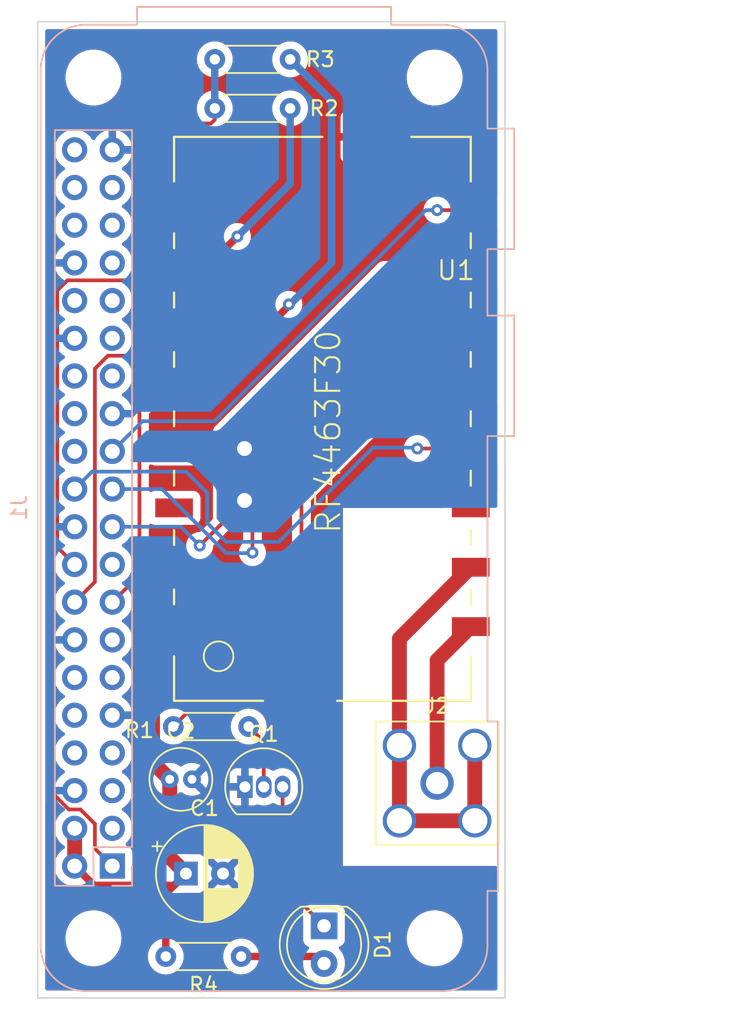
<source format=kicad_pcb>
(kicad_pcb (version 20211014) (generator pcbnew)

  (general
    (thickness 1.6)
  )

  (paper "A4")
  (layers
    (0 "F.Cu" signal)
    (31 "B.Cu" signal)
    (32 "B.Adhes" user "B.Adhesive")
    (33 "F.Adhes" user "F.Adhesive")
    (34 "B.Paste" user)
    (35 "F.Paste" user)
    (36 "B.SilkS" user "B.Silkscreen")
    (37 "F.SilkS" user "F.Silkscreen")
    (38 "B.Mask" user)
    (39 "F.Mask" user)
    (40 "Dwgs.User" user "User.Drawings")
    (41 "Cmts.User" user "User.Comments")
    (42 "Eco1.User" user "User.Eco1")
    (43 "Eco2.User" user "User.Eco2")
    (44 "Edge.Cuts" user)
    (45 "Margin" user)
    (46 "B.CrtYd" user "B.Courtyard")
    (47 "F.CrtYd" user "F.Courtyard")
    (48 "B.Fab" user)
    (49 "F.Fab" user)
    (50 "User.1" user)
    (51 "User.2" user)
    (52 "User.3" user)
    (53 "User.4" user)
    (54 "User.5" user)
    (55 "User.6" user)
    (56 "User.7" user)
    (57 "User.8" user)
    (58 "User.9" user)
  )

  (setup
    (stackup
      (layer "F.SilkS" (type "Top Silk Screen"))
      (layer "F.Paste" (type "Top Solder Paste"))
      (layer "F.Mask" (type "Top Solder Mask") (thickness 0.01))
      (layer "F.Cu" (type "copper") (thickness 0.035))
      (layer "dielectric 1" (type "core") (thickness 1.51) (material "FR4") (epsilon_r 4.5) (loss_tangent 0.02))
      (layer "B.Cu" (type "copper") (thickness 0.035))
      (layer "B.Mask" (type "Bottom Solder Mask") (thickness 0.01))
      (layer "B.Paste" (type "Bottom Solder Paste"))
      (layer "B.SilkS" (type "Bottom Silk Screen"))
      (copper_finish "None")
      (dielectric_constraints no)
    )
    (pad_to_mask_clearance 0)
    (pcbplotparams
      (layerselection 0x00010fc_ffffffff)
      (disableapertmacros false)
      (usegerberextensions true)
      (usegerberattributes false)
      (usegerberadvancedattributes false)
      (creategerberjobfile false)
      (svguseinch false)
      (svgprecision 6)
      (excludeedgelayer true)
      (plotframeref false)
      (viasonmask false)
      (mode 1)
      (useauxorigin false)
      (hpglpennumber 1)
      (hpglpenspeed 20)
      (hpglpendiameter 15.000000)
      (dxfpolygonmode true)
      (dxfimperialunits true)
      (dxfusepcbnewfont true)
      (psnegative false)
      (psa4output false)
      (plotreference true)
      (plotvalue false)
      (plotinvisibletext false)
      (sketchpadsonfab false)
      (subtractmaskfromsilk true)
      (outputformat 1)
      (mirror false)
      (drillshape 0)
      (scaleselection 1)
      (outputdirectory "output")
    )
  )

  (net 0 "")
  (net 1 "VCC")
  (net 2 "GND")
  (net 3 "Net-(D1-Pad1)")
  (net 4 "Net-(D1-Pad2)")
  (net 5 "+3V3")
  (net 6 "unconnected-(J1-Pad3)")
  (net 7 "unconnected-(J1-Pad5)")
  (net 8 "unconnected-(J1-Pad7)")
  (net 9 "unconnected-(J1-Pad8)")
  (net 10 "unconnected-(J1-Pad10)")
  (net 11 "unconnected-(J1-Pad11)")
  (net 12 "unconnected-(J1-Pad12)")
  (net 13 "unconnected-(J1-Pad13)")
  (net 14 "SDN")
  (net 15 "IT")
  (net 16 "CS")
  (net 17 "SDI")
  (net 18 "SDO")
  (net 19 "GPIO0")
  (net 20 "SCLK")
  (net 21 "unconnected-(J1-Pad24)")
  (net 22 "unconnected-(J1-Pad26)")
  (net 23 "unconnected-(J1-Pad27)")
  (net 24 "unconnected-(J1-Pad28)")
  (net 25 "unconnected-(J1-Pad29)")
  (net 26 "unconnected-(J1-Pad31)")
  (net 27 "unconnected-(J1-Pad32)")
  (net 28 "unconnected-(J1-Pad33)")
  (net 29 "unconnected-(J1-Pad35)")
  (net 30 "unconnected-(J1-Pad36)")
  (net 31 "unconnected-(J1-Pad37)")
  (net 32 "unconnected-(J1-Pad38)")
  (net 33 "unconnected-(J1-Pad40)")
  (net 34 "Net-(J2-Pad1)")
  (net 35 "Net-(J2-Pad2)")
  (net 36 "Net-(Q1-Pad2)")
  (net 37 "TX_LED")
  (net 38 "unconnected-(U1-Pad14)")
  (net 39 "unconnected-(U1-Pad3)")
  (net 40 "unconnected-(U1-Pad4)")
  (net 41 "unconnected-(J1-Pad17)")

  (footprint "Resistor_THT:R_Axial_DIN0204_L3.6mm_D1.6mm_P5.08mm_Horizontal" (layer "F.Cu") (at 96.774 88.9))

  (footprint "NPR-70:RF4463F30" (layer "F.Cu") (at 115.824 58.166))

  (footprint "Package_TO_SOT_THT:TO-92_Inline" (layer "F.Cu") (at 101.6 92.964))

  (footprint "Resistor_THT:R_Axial_DIN0204_L3.6mm_D1.6mm_P5.08mm_Horizontal" (layer "F.Cu") (at 99.568 43.942))

  (footprint "Connector_Coaxial:SMA_Amphenol_132203-12_Horizontal" (layer "F.Cu") (at 114.554 92.71 -90))

  (footprint "Capacitor_THT:CP_Radial_D6.3mm_P2.50mm" (layer "F.Cu") (at 97.623621 98.806))

  (footprint "Resistor_THT:R_Axial_DIN0204_L3.6mm_D1.6mm_P5.08mm_Horizontal" (layer "F.Cu") (at 99.568 47.244))

  (footprint "Resistor_THT:R_Axial_DIN0204_L3.6mm_D1.6mm_P5.08mm_Horizontal" (layer "F.Cu") (at 101.346 104.394 180))

  (footprint "Capacitor_THT:C_Radial_D4.0mm_H5.0mm_P1.50mm" (layer "F.Cu") (at 96.532 92.456))

  (footprint "LED_THT:LED_D5.0mm" (layer "F.Cu") (at 106.934 102.327 -90))

  (footprint "Module:Raspberry_Pi_Zero_Socketed_THT_FaceDown_MountingHoles" (layer "B.Cu") (at 92.660759 98.298))

  (gr_line (start 119.126 41.402) (end 87.63 41.402) (layer "Edge.Cuts") (width 0.1) (tstamp 1cbcbc8c-b710-48db-a569-036ff3b7fdc3))
  (gr_line (start 87.63 107.188) (end 119.126 107.188) (layer "Edge.Cuts") (width 0.1) (tstamp 3d0fd239-72c6-4d90-a3ea-e3390b8b4326))
  (gr_line (start 87.63 41.402) (end 87.63 107.188) (layer "Edge.Cuts") (width 0.1) (tstamp 5ce9fb97-9956-43a9-84f9-f6e8e6ee5c79))
  (gr_line (start 119.126 107.188) (end 119.126 41.402) (layer "Edge.Cuts") (width 0.1) (tstamp 8499cc82-b35b-4f37-b1a9-3e7d39b9b9f9))

  (segment (start 95.374 91.298) (end 95.374 83.616) (width 1) (layer "F.Cu") (net 1) (tstamp 2b2fe480-2bad-42b6-bcad-acda8b39d5b5))
  (segment (start 90.120759 98.298) (end 91.420759 99.598) (width 0.5) (layer "F.Cu") (net 1) (tstamp 37bd4842-e5cf-4195-a6f8-9c0625a17d0a))
  (segment (start 96.532 92.456) (end 95.374 91.298) (width 1) (layer "F.Cu") (net 1) (tstamp 681efd8c-e0f0-4c06-ae2b-99165b1bd98a))
  (segment (start 96.532 97.714379) (end 97.623621 98.806) (width 1) (layer "F.Cu") (net 1) (tstamp 6b6f5e99-71a6-41a9-86fd-a6332afdccd5))
  (segment (start 96.831621 99.598) (end 97.623621 98.806) (width 0.5) (layer "F.Cu") (net 1) (tstamp 9239518c-58ba-4d1c-9bdd-4b8337bb004e))
  (segment (start 95.374 83.616) (end 96.824 82.166) (width 1) (layer "F.Cu") (net 1) (tstamp 99607d6b-cedb-4406-9390-32299ae0eeab))
  (segment (start 96.266 100.163621) (end 97.623621 98.806) (width 0.5) (layer "F.Cu") (net 1) (tstamp b144c7ba-5155-40f8-b1e0-2d3d99a540c2))
  (segment (start 96.266 104.394) (end 96.266 100.163621) (width 0.5) (layer "F.Cu") (net 1) (tstamp c0c8a509-56ae-4f3c-b82d-196cb883f4f7))
  (segment (start 91.420759 99.598) (end 96.831621 99.598) (width 0.5) (layer "F.Cu") (net 1) (tstamp c53ac906-8764-451d-9574-d0e22ee4c16d))
  (segment (start 96.532 92.456) (end 96.532 97.714379) (width 1) (layer "F.Cu") (net 1) (tstamp cc87f3ac-1dba-4b8b-9fa5-d1694bdb898d))
  (segment (start 90.120759 95.758) (end 90.120759 98.298) (width 1) (layer "F.Cu") (net 1) (tstamp ffe43b0d-e641-49dc-b5f3-48a4b5f53eb1))
  (segment (start 104.14 92.964) (end 104.14 99.533) (width 0.25) (layer "F.Cu") (net 3) (tstamp 3a0d95d8-890c-4a1d-94fb-ba14980c8da5))
  (segment (start 104.14 99.533) (end 106.934 102.327) (width 0.25) (layer "F.Cu") (net 3) (tstamp d8ebb66e-0cc3-4f0e-9687-dc2e90d97c8c))
  (segment (start 101.346 104.394) (end 106.461 104.394) (width 0.5) (layer "F.Cu") (net 4) (tstamp 409a09be-4419-43b6-843e-464bec733e05))
  (segment (start 106.461 104.394) (end 106.934 104.867) (width 0.5) (layer "F.Cu") (net 4) (tstamp c7ebc768-747b-43f8-88af-e357cafe5329))
  (segment (start 89.729058 94.488) (end 88.392 93.150942) (width 0.25) (layer "F.Cu") (net 5) (tstamp 1275d0f5-9827-40af-bbde-29120bdf8ac7))
  (segment (start 99.314 48.26) (end 99.568 48.006) (width 0.25) (layer "F.Cu") (net 5) (tstamp 1d427e89-8fe3-44bf-92ac-10eabb792b42))
  (segment (start 92.660759 98.298) (end 91.485759 97.123) (width 0.25) (layer "F.Cu") (net 5) (tstamp 33597ca2-a3ae-4374-b3ea-cdc3a78c1ce2))
  (segment (start 91.485759 97.123) (end 91.485759 95.461299) (width 0.25) (layer "F.Cu") (net 5) (tstamp 347c025b-6ca9-402e-a193-4e3d3ea8e05d))
  (segment (start 90.51246 94.488) (end 89.729058 94.488) (width 0.25) (layer "F.Cu") (net 5) (tstamp 883825b1-5105-4b32-98a5-6cac6962adb5))
  (segment (start 89.662 48.26) (end 99.314 48.26) (width 0.25) (layer "F.Cu") (net 5) (tstamp 9c31ed32-66f6-4f69-85f1-4afdffe4ecfb))
  (segment (start 88.392 49.53) (end 89.662 48.26) (width 0.25) (layer "F.Cu") (net 5) (tstamp a5600751-9c52-4709-b66e-1a71e982016e))
  (segment (start 99.568 48.006) (end 99.568 47.244) (width 0.25) (layer "F.Cu") (net 5) (tstamp be2de9ec-08fc-42a3-9fd9-8c910d28b1eb))
  (segment (start 88.392 93.150942) (end 88.392 49.53) (width 0.25) (layer "F.Cu") (net 5) (tstamp d3bb9be7-1e45-4f9c-8381-e9a9a1b59bee))
  (segment (start 91.485759 95.461299) (end 90.51246 94.488) (width 0.25) (layer "F.Cu") (net 5) (tstamp e5b3c9c6-7d00-4aeb-b08f-5335f283c2fe))
  (segment (start 99.568 47.244) (end 99.568 43.942) (width 0.5) (layer "B.Cu") (net 5) (tstamp 700f11dd-9845-4c58-8056-6695497f9b7a))
  (segment (start 96.824 66.166) (end 98.934 66.166) (width 0.5) (layer "F.Cu") (net 14) (tstamp 075ece9a-4f07-4e3e-82a1-f3b43ebd2ed4))
  (segment (start 95.886 66.166) (end 96.824 66.166) (width 0.25) (layer "F.Cu") (net 14) (tstamp 07c4a21c-8df0-4e33-863d-c690837d1b09))
  (segment (start 92.660759 80.518) (end 94.488 78.690759) (width 0.25) (layer "F.Cu") (net 14) (tstamp 3e99171a-cd41-402d-8b50-5fffb37d97bf))
  (segment (start 94.488 78.690759) (end 94.488 67.564) (width 0.25) (layer "F.Cu") (net 14) (tstamp 4c218dc9-fd6a-41c4-b2cc-7ab94f840e4e))
  (segment (start 98.934 66.166) (end 104.5645 60.5355) (width 0.5) (layer "F.Cu") (net 14) (tstamp cadce2f2-2170-408d-9fa7-d433f980dd9b))
  (segment (start 104.5645 60.5355) (end 104.5645 60.452) (width 0.5) (layer "F.Cu") (net 14) (tstamp cdbc02f7-c7fa-4caf-a248-7bdcaff2bd65))
  (segment (start 94.488 67.564) (end 95.886 66.166) (width 0.25) (layer "F.Cu") (net 14) (tstamp e5e5bc7c-6fbd-4c37-baa4-8a2b7b850382))
  (via (at 104.5645 60.452) (size 0.8) (drill 0.4) (layers "F.Cu" "B.Cu") (net 14) (tstamp 6013c5d8-9cad-42ae-bd1e-bcce2dbb0740))
  (segment (start 107.442 57.658) (end 107.442 46.736) (width 0.5) (layer "B.Cu") (net 14) (tstamp 3675f977-da9d-461a-8039-78585d3b4af9))
  (segment (start 107.442 46.736) (end 104.648 43.942) (width 0.5) (layer "B.Cu") (net 14) (tstamp 8c7552e5-b8a6-4fee-964e-4a7bc9bfacdc))
  (segment (start 104.648 60.452) (end 107.442 57.658) (width 0.5) (layer "B.Cu") (net 14) (tstamp b3839434-b572-4d04-9685-4a8180c75686))
  (segment (start 104.5645 60.452) (end 104.648 60.452) (width 0.5) (layer "B.Cu") (net 14) (tstamp f45eff41-599d-46ec-957c-0ce1e37892a0))
  (segment (start 91.485759 79.153) (end 91.485759 64.791299) (width 0.25) (layer "F.Cu") (net 15) (tstamp 5c0ee249-7b4c-426e-bcd4-affa91756f26))
  (segment (start 91.485759 64.791299) (end 92.364058 63.913) (width 0.25) (layer "F.Cu") (net 15) (tstamp 7adf9a98-e1ad-4119-8511-1d8f0fa01362))
  (segment (start 92.364058 63.913) (end 95.077 63.913) (width 0.25) (layer "F.Cu") (net 15) (tstamp 88f5663c-4564-4ffa-a236-33a3d940fbc7))
  (segment (start 90.120759 80.518) (end 91.485759 79.153) (width 0.25) (layer "F.Cu") (net 15) (tstamp b375b9e7-c702-4f5c-a96c-6d518aa5e17c))
  (segment (start 95.077 63.913) (end 96.824 62.166) (width 0.25) (layer "F.Cu") (net 15) (tstamp f69c4574-c4d2-4c35-a536-2920992bf371))
  (segment (start 96.157 58.833) (end 96.824 58.166) (width 0.25) (layer "F.Cu") (net 16) (tstamp 44b125a3-8ec6-4410-b366-4faeac523bfd))
  (segment (start 90.120759 77.978) (end 88.945759 76.803) (width 0.25) (layer "F.Cu") (net 16) (tstamp 532b887d-d4a3-4dd6-b74f-304a744305d8))
  (segment (start 88.945759 76.803) (end 88.945759 59.521299) (width 0.25) (layer "F.Cu") (net 16) (tstamp 555ad0e8-5c25-4d27-8549-32064c12b6db))
  (segment (start 100.838 56.134) (end 101.092 55.88) (width 0.5) (layer "F.Cu") (net 16) (tstamp 84b16bf1-ccee-4c93-9540-6ee0992ac4cb))
  (segment (start 89.634058 58.833) (end 96.157 58.833) (width 0.25) (layer "F.Cu") (net 16) (tstamp b7b12aff-b0f7-4688-ac1a-b74e4009b9d2))
  (segment (start 98.806 58.166) (end 100.838 56.134) (width 0.5) (layer "F.Cu") (net 16) (tstamp c2d0358f-2e74-4c10-927c-c0f4b75bac0b))
  (segment (start 96.824 58.166) (end 98.806 58.166) (width 0.5) (layer "F.Cu") (net 16) (tstamp c31f2e6f-9322-4f2c-b401-19a0efe75f26))
  (segment (start 88.945759 59.521299) (end 89.634058 58.833) (width 0.25) (layer "F.Cu") (net 16) (tstamp ee3edbd1-847c-4f75-a7fb-3f1fefee942b))
  (via (at 101.092 55.88) (size 0.8) (drill 0.4) (layers "F.Cu" "B.Cu") (net 16) (tstamp 2fe408e8-95e7-4f2c-9b20-dd5a8109895b))
  (segment (start 101.092 55.88) (end 104.648 52.324) (width 0.5) (layer "B.Cu") (net 16) (tstamp 719b4168-3e94-4e78-b997-12febc40eeb6))
  (segment (start 104.648 52.324) (end 104.648 47.244) (width 0.5) (layer "B.Cu") (net 16) (tstamp 80e142f1-362c-4c56-bc19-192c2d11fcf1))
  (segment (start 100.076 69.088) (end 110.998 58.166) (width 0.25) (layer "F.Cu") (net 17) (tstamp 52e5a68d-0855-4103-9eca-79aa079c8026))
  (segment (start 98.552 76.708) (end 100.076 75.184) (width 0.25) (layer "F.Cu") (net 17) (tstamp 7ba525f4-080b-4e22-9628-81baa4c287bd))
  (segment (start 100.076 75.184) (end 100.076 69.088) (width 0.25) (layer "F.Cu") (net 17) (tstamp 90da63f9-79e7-4f12-8d43-61c41f58770f))
  (segment (start 110.998 58.166) (end 114.554 58.166) (width 0.25) (layer "F.Cu") (net 17) (tstamp 97ac82b1-8d6b-46d2-b452-825f09286346))
  (segment (start 114.554 58.166) (end 116.824 58.166) (width 0.25) (layer "F.Cu") (net 17) (tstamp c326496f-37a6-413d-b8e6-a20746e4c00d))
  (via (at 98.552 76.708) (size 0.8) (drill 0.4) (layers "F.Cu" "B.Cu") (net 17) (tstamp 03c09b0d-860e-450d-92a0-672793b02708))
  (segment (start 92.660759 75.438) (end 97.282 75.438) (width 0.25) (layer "B.Cu") (net 17) (tstamp 43b717b1-e643-416c-a15e-f4fd3854a09d))
  (segment (start 97.282 75.438) (end 98.552 76.708) (width 0.25) (layer "B.Cu") (net 17) (tstamp 64d780fd-906a-48fa-8c2a-fcb2fb521c48))
  (segment (start 115.38 62.166) (end 116.824 62.166) (width 0.25) (layer "F.Cu") (net 18) (tstamp 54d05881-f7eb-4831-a0c6-4c2e052cdb21))
  (segment (start 102.108 75.438) (end 115.38 62.166) (width 0.25) (layer "F.Cu") (net 18) (tstamp 7f3e8a11-fc76-4d87-9749-2e18f0d9a9cb))
  (segment (start 102.108 77.1785) (end 102.108 75.438) (width 0.25) (layer "F.Cu") (net 18) (tstamp b602ebd6-efb4-4d09-b3bb-fc05d8096831))
  (via (at 102.108 77.1785) (size 0.8) (drill 0.4) (layers "F.Cu" "B.Cu") (net 18) (tstamp 531cba69-f186-4bd5-9da7-596721b39895))
  (segment (start 96.012 72.898) (end 100.33 77.216) (width 0.25) (layer "B.Cu") (net 18) (tstamp 61450ce6-4a96-4e7b-8ab3-3314869173c0))
  (segment (start 92.660759 72.898) (end 96.012 72.898) (width 0.25) (layer "B.Cu") (net 18) (tstamp c0765a80-c5b8-4e29-9559-f46e6d4da84b))
  (segment (start 102.0705 77.216) (end 102.108 77.1785) (width 0.25) (layer "B.Cu") (net 18) (tstamp c5cebf8d-201d-48e1-9735-2481ee612717))
  (segment (start 100.33 77.216) (end 102.0705 77.216) (width 0.25) (layer "B.Cu") (net 18) (tstamp e82cc299-cafa-451b-8bd0-07dcd1926ed2))
  (segment (start 113.222 70.166) (end 116.824 70.166) (width 0.25) (layer "F.Cu") (net 19) (tstamp 23c9f07b-97e1-4ce6-8b41-2f31bedc5498))
  (via (at 113.222 70.166) (size 0.8) (drill 0.4) (layers "F.Cu" "B.Cu") (net 19) (tstamp e0161ec7-749c-45fd-930d-350237ce66f4))
  (segment (start 99.06 75.184) (end 100.33 76.454) (width 0.25) (layer "B.Cu") (net 19) (tstamp 07866da5-3f08-4cd0-8645-d020356d6606))
  (segment (start 91.295759 71.723) (end 97.631 71.723) (width 0.25) (layer "B.Cu") (net 19) (tstamp 27bd6e3c-0fdb-4ada-bfcf-c2f4a79a0401))
  (segment (start 103.886 76.454) (end 110.236 70.104) (width 0.25) (layer "B.Cu") (net 19) (tstamp 310add1d-d3aa-438b-b8ce-de528d132985))
  (segment (start 110.236 70.104) (end 113.16 70.104) (width 0.25) (layer "B.Cu") (net 19) (tstamp 6318b98a-7da8-47ce-a4ca-75293b19ff18))
  (segment (start 90.120759 72.898) (end 91.295759 71.723) (width 0.25) (layer "B.Cu") (net 19) (tstamp 673aabc8-6240-40c0-a22b-a51e544fef68))
  (segment (start 97.631 71.723) (end 99.06 73.152) (width 0.25) (layer "B.Cu") (net 19) (tstamp b549b56a-4d9f-477d-91c8-d07fb21692f4))
  (segment (start 99.06 73.152) (end 99.06 75.184) (width 0.25) (layer "B.Cu") (net 19) (tstamp c9cac34f-5886-494c-8fdf-e9906a35fd22))
  (segment (start 100.33 76.454) (end 103.886 76.454) (width 0.25) (layer "B.Cu") (net 19) (tstamp de090662-5577-480c-9258-aee581e634b3))
  (segment (start 113.16 70.104) (end 113.222 70.166) (width 0.25) (layer "B.Cu") (net 19) (tstamp ff8da7cf-70fa-4b1a-8c93-c770f52862ea))
  (segment (start 116.76 54.102) (end 116.824 54.166) (width 0.25) (layer "F.Cu") (net 20) (tstamp a31f7148-f82f-47dc-b51d-8f6afbfd82c5))
  (segment (start 114.554 54.102) (end 116.76 54.102) (width 0.25) (layer "F.Cu") (net 20) (tstamp d903c4e1-fc59-48a8-8a49-8972441a669c))
  (via (at 114.554 54.102) (size 0.8) (drill 0.4) (layers "F.Cu" "B.Cu") (net 20) (tstamp 73874cc3-35de-4a9f-95f1-0f25cdaf8785))
  (segment (start 113.792 54.102) (end 114.554 54.102) (width 0.25) (layer "B.Cu") (net 20) (tstamp 25f0b3ee-6df5-4830-ab79-240df384c1ef))
  (segment (start 94.692759 68.326) (end 99.568 68.326) (width 0.25) (layer "B.Cu") (net 20) (tstamp 54412673-a3c3-4b13-9e69-26a1df59ecc7))
  (segment (start 99.568 68.326) (end 113.792 54.102) (width 0.25) (layer "B.Cu") (net 20) (tstamp 7d22d611-84df-4aac-9c1d-f98b0d109255))
  (segment (start 92.660759 70.358) (end 94.692759 68.326) (width 0.25) (layer "B.Cu") (net 20) (tstamp af397a18-0400-4800-81cc-31b083f851a3))
  (segment (start 114.554 84.436) (end 116.824 82.166) (width 1) (layer "F.Cu") (net 34) (tstamp 2a387eaa-75a5-469f-8a90-59f54ddc7a64))
  (segment (start 114.554 92.71) (end 114.554 84.436) (width 1) (layer "F.Cu") (net 34) (tstamp 645176da-0ddd-45ca-a744-55c0c5ca5c3a))
  (segment (start 112.014 82.976) (end 112.014 90.17) (width 1) (layer "F.Cu") (net 35) (tstamp 6524ebf9-13b1-4442-9b26-7088919dee0f))
  (segment (start 117.094 95.25) (end 117.094 90.17) (width 1) (layer "F.Cu") (net 35) (tstamp 7904c5b3-09c8-49c5-af19-5c366a7c4093))
  (segment (start 112.014 90.17) (end 112.014 95.25) (width 1) (layer "F.Cu") (net 35) (tstamp 94da0fc0-c5bd-4999-816c-f461fd602f60))
  (segment (start 116.824 78.166) (end 112.014 82.976) (width 1) (layer "F.Cu") (net 35) (tstamp c6aafa1e-8586-4071-aa2d-3ab1d01c6e5c))
  (segment (start 112.014 95.25) (end 117.094 95.25) (width 1) (layer "F.Cu") (net 35) (tstamp e08e8df1-b6eb-48da-8dee-f43933a1b04d))
  (segment (start 101.854 88.9) (end 102.87 89.916) (width 0.25) (layer "F.Cu") (net 36) (tstamp 977a525b-a185-4515-83d5-985d74d139c7))
  (segment (start 102.87 89.916) (end 102.87 92.964) (width 0.25) (layer "F.Cu") (net 36) (tstamp b41b15fa-8652-4e33-8c02-c31578f4d11a))
  (segment (start 103.632 84.836) (end 100.838 84.836) (width 0.25) (layer "F.Cu") (net 37) (tstamp 4db9cd17-af20-4e8c-a884-880a97fdfa29))
  (segment (start 105.41 83.058) (end 103.632 84.836) (width 0.25) (layer "F.Cu") (net 37) (tstamp 8893acc6-2283-46e2-9288-a3fc3a397934))
  (segment (start 116.824 66.166) (end 112.65 66.166) (width 0.25) (layer "F.Cu") (net 37) (tstamp a68b8c71-8a09-4cef-8d9d-45c2c2d86348))
  (segment (start 112.65 66.166) (end 105.41 73.406) (width 0.25) (layer "F.Cu") (net 37) (tstamp bc44ef0b-c818-4cef-8bdf-74810b15c843))
  (segment (start 105.41 73.406) (end 105.41 83.058) (width 0.25) (layer "F.Cu") (net 37) (tstamp f30b558c-0c92-4974-b851-273ab8f959bd))
  (segment (start 100.838 84.836) (end 96.774 88.9) (width 0.25) (layer "F.Cu") (net 37) (tstamp fd1e0fab-50ee-4a52-b9ac-18344a04ee59))

  (zone (net 2) (net_name "GND") (layers F&B.Cu) (tstamp 6c7fac1c-5ee2-4335-9af5-6303fd9047c7) (hatch edge 0.508)
    (connect_pads (clearance 0.508))
    (min_thickness 0.254) (filled_areas_thickness no)
    (fill yes (thermal_gap 0.508) (thermal_bridge_width 0.508))
    (polygon
      (pts
        (xy 123.19 108.966)
        (xy 85.09 108.712)
        (xy 85.344 40.386)
        (xy 123.19 40.386)
      )
    )
    (filled_polygon
      (layer "F.Cu")
      (pts
        (xy 114.99525 66.819502)
        (xy 115.041743 66.873158)
        (xy 115.049712 66.896354)
        (xy 115.051402 66.903459)
        (xy 115.052255 66.911316)
        (xy 115.103385 67.047705)
        (xy 115.190739 67.164261)
        (xy 115.307295 67.251615)
        (xy 115.443684 67.302745)
        (xy 115.505866 67.3095)
        (xy 118.142134 67.3095)
        (xy 118.204316 67.302745)
        (xy 118.340705 67.251615)
        (xy 118.415935 67.195233)
        (xy 118.482441 67.170385)
        (xy 118.551824 67.185438)
        (xy 118.602054 67.235612)
        (xy 118.6175 67.296059)
        (xy 118.6175 69.035941)
        (xy 118.597498 69.104062)
        (xy 118.543842 69.150555)
        (xy 118.473568 69.160659)
        (xy 118.415935 69.136767)
        (xy 118.340705 69.080385)
        (xy 118.204316 69.029255)
        (xy 118.142134 69.0225)
        (xy 115.505866 69.0225)
        (xy 115.443684 69.029255)
        (xy 115.307295 69.080385)
        (xy 115.190739 69.167739)
        (xy 115.103385 69.284295)
        (xy 115.052255 69.420684)
        (xy 115.051402 69.42854)
        (xy 115.049712 69.435646)
        (xy 115.014494 69.497293)
        (xy 114.951539 69.530113)
        (xy 114.927129 69.5325)
        (xy 113.9302 69.5325)
        (xy 113.862079 69.512498)
        (xy 113.842853 69.496157)
        (xy 113.84258 69.49646)
        (xy 113.837668 69.492037)
        (xy 113.833253 69.487134)
        (xy 113.716894 69.402594)
        (xy 113.684094 69.378763)
        (xy 113.684093 69.378762)
        (xy 113.678752 69.374882)
        (xy 113.672724 69.372198)
        (xy 113.672722 69.372197)
        (xy 113.510319 69.299891)
        (xy 113.510318 69.299891)
        (xy 113.504288 69.297206)
        (xy 113.40974 69.277109)
        (xy 113.323944 69.258872)
        (xy 113.323939 69.258872)
        (xy 113.317487 69.2575)
        (xy 113.126513 69.2575)
        (xy 113.120061 69.258872)
        (xy 113.120056 69.258872)
        (xy 113.03426 69.277109)
        (xy 112.939712 69.297206)
        (xy 112.933682 69.299891)
        (xy 112.933681 69.299891)
        (xy 112.771278 69.372197)
        (xy 112.771276 69.372198)
        (xy 112.765248 69.374882)
        (xy 112.610747 69.487134)
        (xy 112.606326 69.492044)
        (xy 112.606325 69.492045)
        (xy 112.572049 69.530113)
        (xy 112.48296 69.629056)
        (xy 112.387473 69.794444)
        (xy 112.328458 69.976072)
        (xy 112.308496 70.166)
        (xy 112.328458 70.355928)
        (xy 112.387473 70.537556)
        (xy 112.48296 70.702944)
        (xy 112.610747 70.844866)
        (xy 112.765248 70.957118)
        (xy 112.771276 70.959802)
        (xy 112.771278 70.959803)
        (xy 112.881575 71.00891)
        (xy 112.939712 71.034794)
        (xy 113.033112 71.054647)
        (xy 113.120056 71.073128)
        (xy 113.120061 71.073128)
        (xy 113.126513 71.0745)
        (xy 113.317487 71.0745)
        (xy 113.323939 71.073128)
        (xy 113.323944 71.073128)
        (xy 113.410888 71.054647)
        (xy 113.504288 71.034794)
        (xy 113.562425 71.00891)
        (xy 113.672722 70.959803)
        (xy 113.672724 70.959802)
        (xy 113.678752 70.957118)
        (xy 113.833253 70.844866)
        (xy 113.837668 70.839963)
        (xy 113.84258 70.83554)
        (xy 113.843705 70.836789)
        (xy 113.897014 70.803949)
        (xy 113.9302 70.7995)
        (xy 114.927129 70.7995)
        (xy 114.99525 70.819502)
        (xy 115.041743 70.873158)
        (xy 115.049712 70.896354)
        (xy 115.051402 70.903459)
        (xy 115.052255 70.911316)
        (xy 115.103385 71.047705)
        (xy 115.190739 71.164261)
        (xy 115.307295 71.251615)
        (xy 115.443684 71.302745)
        (xy 115.505866 71.3095)
        (xy 118.142134 71.3095)
        (xy 118.204316 71.302745)
        (xy 118.340705 71.251615)
        (xy 118.415935 71.195233)
        (xy 118.482441 71.170385)
        (xy 118.551824 71.185438)
        (xy 118.602054 71.235612)
        (xy 118.6175 71.296059)
        (xy 118.6175 73.035941)
        (xy 118.597498 73.104062)
        (xy 118.543842 73.150555)
        (xy 118.473568 73.160659)
        (xy 118.415935 73.136767)
        (xy 118.362359 73.096614)
        (xy 118.340705 73.080385)
        (xy 118.204316 73.029255)
        (xy 118.142134 73.0225)
        (xy 115.505866 73.0225)
        (xy 115.443684 73.029255)
        (xy 115.307295 73.080385)
        (xy 115.190739 73.167739)
        (xy 115.103385 73.284295)
        (xy 115.052255 73.420684)
        (xy 115.0455 73.482866)
        (xy 115.0455 74.042)
        (xy 115.025498 74.110121)
        (xy 114.971842 74.156614)
        (xy 114.9195 74.168)
        (xy 108.204 74.168)
        (xy 108.204 98.298)
        (xy 118.4915 98.298)
        (xy 118.559621 98.318002)
        (xy 118.606114 98.371658)
        (xy 118.6175 98.424)
        (xy 118.6175 106.5535)
        (xy 118.597498 106.621621)
        (xy 118.543842 106.668114)
        (xy 118.4915 106.6795)
        (xy 88.2645 106.6795)
        (xy 88.196379 106.659498)
        (xy 88.149886 106.605842)
        (xy 88.1385 106.5535)
        (xy 88.1385 103.210846)
        (xy 89.502707 103.210846)
        (xy 89.528668 103.482949)
        (xy 89.529753 103.487383)
        (xy 89.529754 103.487389)
        (xy 89.577074 103.680767)
        (xy 89.593637 103.748455)
        (xy 89.595349 103.752681)
        (xy 89.59535 103.752685)
        (xy 89.689204 103.9844)
        (xy 89.696252 104.001801)
        (xy 89.834365 104.23768)
        (xy 90.005082 104.451151)
        (xy 90.204827 104.637742)
        (xy 90.429415 104.793544)
        (xy 90.460302 104.80891)
        (xy 90.670055 104.913261)
        (xy 90.670058 104.913262)
        (xy 90.674142 104.915294)
        (xy 90.93388 105.00044)
        (xy 90.938371 105.00122)
        (xy 90.938372 105.00122)
        (xy 91.199409 105.046544)
        (xy 91.199417 105.046545)
        (xy 91.20319 105.0472)
        (xy 91.207027 105.047391)
        (xy 91.287992 105.051422)
        (xy 91.288 105.051422)
        (xy 91.289563 105.0515)
        (xy 91.460193 105.0515)
        (xy 91.462461 105.051335)
        (xy 91.462473 105.051335)
        (xy 91.594032 105.041789)
        (xy 91.663381 105.036757)
        (xy 91.667836 105.035773)
        (xy 91.667839 105.035773)
        (xy 91.925832 104.978814)
        (xy 91.925836 104.978813)
        (xy 91.930292 104.977829)
        (xy 92.100716 104.913261)
        (xy 92.181631 104.882605)
        (xy 92.181634 104.882604)
        (xy 92.185901 104.880987)
        (xy 92.424853 104.748261)
        (xy 92.642142 104.582431)
        (xy 92.833217 104.386971)
        (xy 92.939286 104.241247)
        (xy 92.991388 104.169667)
        (xy 92.991391 104.169661)
        (xy 92.994074 104.165976)
        (xy 92.996196 104.161943)
        (xy 92.996199 104.161938)
        (xy 93.119219 103.928115)
        (xy 93.119219 103.928114)
        (xy 93.121345 103.924074)
        (xy 93.212362 103.666334)
        (xy 93.249024 103.480328)
        (xy 93.264339 103.402627)
        (xy 93.26434 103.402621)
        (xy 93.26522 103.398155)
        (xy 93.265565 103.391233)
        (xy 93.278584 103.129723)
        (xy 93.278584 103.129717)
        (xy 93.278811 103.125154)
        (xy 93.25285 102.853051)
        (xy 93.187881 102.587545)
        (xy 93.118491 102.416227)
        (xy 93.086979 102.338427)
        (xy 93.086976 102.338421)
        (xy 93.085266 102.334199)
        (xy 92.947153 102.09832)
        (xy 92.776436 101.884849)
        (xy 92.576691 101.698258)
        (xy 92.352103 101.542456)
        (xy 92.176336 101.455013)
        (xy 92.111463 101.422739)
        (xy 92.11146 101.422738)
        (xy 92.107376 101.420706)
        (xy 91.847638 101.33556)
        (xy 91.843146 101.33478)
        (xy 91.582109 101.289456)
        (xy 91.582101 101.289455)
        (xy 91.578328 101.2888)
        (xy 91.566997 101.288236)
        (xy 91.493526 101.284578)
        (xy 91.493518 101.284578)
        (xy 91.491955 101.2845)
        (xy 91.321325 101.2845)
        (xy 91.319057 101.284665)
        (xy 91.319045 101.284665)
        (xy 91.187486 101.294211)
        (xy 91.118137 101.299243)
        (xy 91.113682 101.300227)
        (xy 91.113679 101.300227)
        (xy 90.855686 101.357186)
        (xy 90.855682 101.357187)
        (xy 90.851226 101.358171)
        (xy 90.805569 101.375469)
        (xy 90.599887 101.453395)
        (xy 90.599884 101.453396)
        (xy 90.595617 101.455013)
        (xy 90.356665 101.587739)
        (xy 90.139376 101.753569)
        (xy 89.948301 101.949029)
        (xy 89.945614 101.952721)
        (xy 89.945612 101.952723)
        (xy 89.79013 102.166333)
        (xy 89.790127 102.166339)
        (xy 89.787444 102.170024)
        (xy 89.785322 102.174057)
        (xy 89.785319 102.174062)
        (xy 89.701067 102.334199)
        (xy 89.660173 102.411926)
        (xy 89.569156 102.669666)
        (xy 89.568276 102.674132)
        (xy 89.532114 102.857603)
        (xy 89.516298 102.937845)
        (xy 89.516071 102.942398)
        (xy 89.516071 102.942401)
        (xy 89.503305 103.198835)
        (xy 89.502707 103.210846)
        (xy 88.1385 103.210846)
        (xy 88.1385 94.097536)
        (xy 88.158502 94.029415)
        (xy 88.212158 93.982922)
        (xy 88.282432 93.972818)
        (xy 88.347012 94.002312)
        (xy 88.353595 94.008441)
        (xy 89.064157 94.719003)
        (xy 89.098183 94.781315)
        (xy 89.093118 94.85213)
        (xy 89.068 94.892204)
        (xy 89.068216 94.892379)
        (xy 89.066776 94.894157)
        (xy 89.066153 94.895152)
        (xy 89.061388 94.900138)
        (xy 88.935502 95.08468)
        (xy 88.841447 95.287305)
        (xy 88.781748 95.50257)
        (xy 88.75801 95.724695)
        (xy 88.758307 95.729848)
        (xy 88.758307 95.729851)
        (xy 88.76377 95.82459)
        (xy 88.770869 95.947715)
        (xy 88.772006 95.952761)
        (xy 88.772007 95.952767)
        (xy 88.791878 96.040939)
        (xy 88.819981 96.165639)
        (xy 88.904025 96.372616)
        (xy 89.020746 96.563088)
        (xy 89.024126 96.56699)
        (xy 89.081496 96.633219)
        (xy 89.110979 96.697804)
        (xy 89.112259 96.715717)
        (xy 89.112259 97.336381)
        (xy 89.092257 97.404502)
        (xy 89.077353 97.423432)
        (xy 89.061388 97.440138)
        (xy 88.935502 97.62468)
        (xy 88.922572 97.652536)
        (xy 88.850621 97.807542)
        (xy 88.841447 97.827305)
        (xy 88.781748 98.04257)
        (xy 88.75801 98.264695)
        (xy 88.758307 98.269848)
        (xy 88.758307 98.269851)
        (xy 88.765519 98.394929)
        (xy 88.770869 98.487715)
        (xy 88.772006 98.492761)
        (xy 88.772007 98.492767)
        (xy 88.790019 98.572688)
        (xy 88.819981 98.705639)
        (xy 88.904025 98.912616)
        (xy 89.020746 99.103088)
        (xy 89.167009 99.271938)
        (xy 89.338885 99.414632)
        (xy 89.531759 99.527338)
        (xy 89.536584 99.52918)
        (xy 89.536585 99.529181)
        (xy 89.609371 99.556975)
        (xy 89.740451 99.60703)
        (xy 89.745519 99.608061)
        (xy 89.745522 99.608062)
        (xy 89.828628 99.62497)
        (xy 89.959356 99.651567)
        (xy 89.964531 99.651757)
        (xy 89.964533 99.651757)
        (xy 90.177432 99.659564)
        (xy 90.177436 99.659564)
        (xy 90.182596 99.659753)
        (xy 90.322667 99.641809)
        (xy 90.392776 99.652993)
        (xy 90.427771 99.677693)
        (xy 90.836989 100.086911)
        (xy 90.849375 100.101323)
        (xy 90.857908 100.112918)
        (xy 90.857913 100.112923)
        (xy 90.862251 100.118818)
        (xy 90.867829 100.123557)
        (xy 90.867832 100.12356)
        (xy 90.902527 100.153035)
        (xy 90.910043 100.159965)
        (xy 90.915739 100.165661)
        (xy 90.9186 100.167924)
        (xy 90.918605 100.167929)
        (xy 90.938015 100.183285)
        (xy 90.941417 100.186074)
        (xy 90.997044 100.233333)
        (xy 91.003561 100.236661)
        (xy 91.008609 100.240027)
        (xy 91.013731 100.24319)
        (xy 91.019475 100.247735)
        (xy 91.085654 100.278664)
        (xy 91.089538 100.280563)
        (xy 91.154567 100.313769)
        (xy 91.161682 100.31551)
        (xy 91.167337 100.317613)
        (xy 91.173076 100.319522)
        (xy 91.179709 100.322622)
        (xy 91.251194 100.337491)
        (xy 91.25546 100.338457)
        (xy 91.326369 100.355808)
        (xy 91.331971 100.356156)
        (xy 91.331974 100.356156)
        (xy 91.337523 100.3565)
        (xy 91.337521 100.356535)
        (xy 91.341493 100.356775)
        (xy 91.345714 100.357152)
        (xy 91.352874 100.358641)
        (xy 91.430301 100.356546)
        (xy 91.433709 100.3565)
        (xy 95.3815 100.3565)
        (xy 95.449621 100.376502)
        (xy 95.496114 100.430158)
        (xy 95.5075 100.4825)
        (xy 95.5075 103.391233)
        (xy 95.487498 103.459354)
        (xy 95.470595 103.480328)
        (xy 95.336699 103.614224)
        (xy 95.215411 103.787442)
        (xy 95.126044 103.97909)
        (xy 95.124622 103.984398)
        (xy 95.124621 103.9844)
        (xy 95.119191 104.004665)
        (xy 95.071314 104.183345)
        (xy 95.052884 104.394)
        (xy 95.071314 104.604655)
        (xy 95.072738 104.609968)
        (xy 95.072738 104.60997)
        (xy 95.08018 104.637742)
        (xy 95.126044 104.80891)
        (xy 95.128366 104.813891)
        (xy 95.128367 104.813892)
        (xy 95.205272 104.978814)
        (xy 95.215411 105.000558)
        (xy 95.336699 105.173776)
        (xy 95.486224 105.323301)
        (xy 95.659442 105.444589)
        (xy 95.66442 105.44691)
        (xy 95.664423 105.446912)
        (xy 95.846108 105.531633)
        (xy 95.85109 105.533956)
        (xy 95.856398 105.535378)
        (xy 95.8564 105.535379)
        (xy 96.05003 105.587262)
        (xy 96.050032 105.587262)
        (xy 96.055345 105.588686)
        (xy 96.266 105.607116)
        (xy 96.476655 105.588686)
        (xy 96.481968 105.587262)
        (xy 96.48197 105.587262)
        (xy 96.6756 105.535379)
        (xy 96.675602 105.535378)
        (xy 96.68091 105.533956)
        (xy 96.685892 105.531633)
        (xy 96.867577 105.446912)
        (xy 96.86758 105.44691)
        (xy 96.872558 105.444589)
        (xy 97.045776 105.323301)
        (xy 97.195301 105.173776)
        (xy 97.316589 105.000558)
        (xy 97.326729 104.978814)
        (xy 97.403633 104.813892)
        (xy 97.403634 104.813891)
        (xy 97.405956 104.80891)
        (xy 97.451821 104.637742)
        (xy 97.459262 104.60997)
        (xy 97.459262 104.609968)
        (xy 97.460686 104.604655)
        (xy 97.479116 104.394)
        (xy 100.132884 104.394)
        (xy 100.151314 104.604655)
        (xy 100.152738 104.609968)
        (xy 100.152738 104.60997)
        (xy 100.16018 104.637742)
        (xy 100.206044 104.80891)
        (xy 100.208366 104.813891)
        (xy 100.208367 104.813892)
        (xy 100.285272 104.978814)
        (xy 100.295411 105.000558)
        (xy 100.416699 105.173776)
        (xy 100.566224 105.323301)
        (xy 100.739442 105.444589)
        (xy 100.74442 105.44691)
        (xy 100.744423 105.446912)
        (xy 100.926108 105.531633)
        (xy 100.93109 105.533956)
        (xy 100.936398 105.535378)
        (xy 100.9364 105.535379)
        (xy 101.13003 105.587262)
        (xy 101.130032 105.587262)
        (xy 101.135345 105.588686)
        (xy 101.346 105.607116)
        (xy 101.556655 105.588686)
        (xy 101.561968 105.587262)
        (xy 101.56197 105.587262)
        (xy 101.7556 105.535379)
        (xy 101.755602 105.535378)
        (xy 101.76091 105.533956)
        (xy 101.765892 105.531633)
        (xy 101.947577 105.446912)
        (xy 101.94758 105.44691)
        (xy 101.952558 105.444589)
        (xy 102.125776 105.323301)
        (xy 102.259672 105.189405)
        (xy 102.321984 105.155379)
        (xy 102.348767 105.1525)
        (xy 105.453676 105.1525)
        (xy 105.521797 105.172502)
        (xy 105.56829 105.226158)
        (xy 105.576591 105.250791)
        (xy 105.585346 105.289642)
        (xy 105.58729 105.294428)
        (xy 105.587291 105.294433)
        (xy 105.67054 105.49945)
        (xy 105.672484 105.504237)
        (xy 105.793501 105.701719)
        (xy 105.945147 105.876784)
        (xy 106.123349 106.02473)
        (xy 106.323322 106.141584)
        (xy 106.539694 106.224209)
        (xy 106.54476 106.22524)
        (xy 106.544761 106.22524)
        (xy 106.597846 106.23604)
        (xy 106.766656 106.270385)
        (xy 106.897324 106.275176)
        (xy 106.992949 106.278683)
        (xy 106.992953 106.278683)
        (xy 106.998113 106.278872)
        (xy 107.003233 106.278216)
        (xy 107.003235 106.278216)
        (xy 107.07627 106.26886)
        (xy 107.227847 106.249442)
        (xy 107.232795 106.247957)
        (xy 107.232802 106.247956)
        (xy 107.444747 106.184369)
        (xy 107.44969 106.182886)
        (xy 107.530236 106.143427)
        (xy 107.653049 106.083262)
        (xy 107.653052 106.08326)
        (xy 107.657684 106.080991)
        (xy 107.846243 105.946494)
        (xy 108.010303 105.783005)
        (xy 108.145458 105.594917)
        (xy 108.149242 105.587262)
        (xy 108.245784 105.391922)
        (xy 108.245785 105.39192)
        (xy 108.248078 105.38728)
        (xy 108.315408 105.165671)
        (xy 108.34564 104.936041)
        (xy 108.346985 104.880987)
        (xy 108.347245 104.870365)
        (xy 108.347245 104.870361)
        (xy 108.347327 104.867)
        (xy 108.337337 104.745489)
        (xy 108.328773 104.641318)
        (xy 108.328772 104.641312)
        (xy 108.328349 104.636167)
        (xy 108.282659 104.454268)
        (xy 108.273184 104.416544)
        (xy 108.273183 104.41654)
        (xy 108.271925 104.411533)
        (xy 108.266682 104.399475)
        (xy 108.18163 104.203868)
        (xy 108.181628 104.203865)
        (xy 108.17957 104.199131)
        (xy 108.053764 104.004665)
        (xy 108.047311 103.997573)
        (xy 107.963848 103.905848)
        (xy 107.932796 103.842002)
        (xy 107.941192 103.771504)
        (xy 107.986369 103.716736)
        (xy 108.012812 103.703067)
        (xy 108.072297 103.680767)
        (xy 108.080705 103.677615)
        (xy 108.197261 103.590261)
        (xy 108.284615 103.473705)
        (xy 108.335745 103.337316)
        (xy 108.3425 103.275134)
        (xy 108.3425 103.210846)
        (xy 112.502707 103.210846)
        (xy 112.528668 103.482949)
        (xy 112.529753 103.487383)
        (xy 112.529754 103.487389)
        (xy 112.577074 103.680767)
        (xy 112.593637 103.748455)
        (xy 112.595349 103.752681)
        (xy 112.59535 103.752685)
        (xy 112.689204 103.9844)
        (xy 112.696252 104.001801)
        (xy 112.834365 104.23768)
        (xy 113.005082 104.451151)
        (xy 113.204827 104.637742)
        (xy 113.429415 104.793544)
        (xy 113.460302 104.80891)
        (xy 113.670055 104.913261)
        (xy 113.670058 104.913262)
        (xy 113.674142 104.915294)
        (xy 113.93388 105.00044)
        (xy 113.938371 105.00122)
        (xy 113.938372 105.00122)
        (xy 114.199409 105.046544)
        (xy 114.199417 105.046545)
        (xy 114.20319 105.0472)
        (xy 114.207027 105.047391)
        (xy 114.287992 105.051422)
        (xy 114.288 105.051422)
        (xy 114.289563 105.0515)
        (xy 114.460193 105.0515)
        (xy 114.462461 105.051335)
        (xy 114.462473 105.051335)
        (xy 114.594032 105.041789)
        (xy 114.663381 105.036757)
        (xy 114.667836 105.035773)
        (xy 114.667839 105.035773)
        (xy 114.925832 104.978814)
        (xy 114.925836 104.978813)
        (xy 114.930292 104.977829)
        (xy 115.100716 104.913261)
        (xy 115.181631 104.882605)
        (xy 115.181634 104.882604)
        (xy 115.185901 104.880987)
        (xy 115.424853 104.748261)
        (xy 115.642142 104.582431)
        (xy 115.833217 104.386971)
        (xy 115.939286 104.241247)
        (xy 115.991388 104.169667)
        (xy 115.991391 104.169661)
        (xy 115.994074 104.165976)
        (xy 115.996196 104.161943)
        (xy 115.996199 104.161938)
        (xy 116.119219 103.928115)
        (xy 116.119219 103.928114)
        (xy 116.121345 103.924074)
        (xy 116.212362 103.666334)
        (xy 116.249024 103.480328)
        (xy 116.264339 103.402627)
        (xy 116.26434 103.402621)
        (xy 116.26522 103.398155)
        (xy 116.265565 103.391233)
        (xy 116.278584 103.129723)
        (xy 116.278584 103.129717)
        (xy 116.278811 103.125154)
        (xy 116.25285 102.853051)
        (xy 116.187881 102.587545)
        (xy 116.118491 102.416227)
        (xy 116.086979 102.338427)
        (xy 116.086976 102.338421)
        (xy 116.085266 102.334199)
        (xy 115.947153 102.09832)
        (xy 115.776436 101.884849)
        (xy 115.576691 101.698258)
        (xy 115.352103 101.542456)
        (xy 115.176336 101.455013)
        (xy 115.111463 101.422739)
        (xy 115.11146 101.422738)
        (xy 115.107376 101.420706)
        (xy 114.847638 101.33556)
        (xy 114.843146 101.33478)
        (xy 114.582109 101.289456)
        (xy 114.582101 101.289455)
        (xy 114.578328 101.2888)
        (xy 114.566997 101.288236)
        (xy 114.493526 101.284578)
        (xy 114.493518 101.284578)
        (xy 114.491955 101.2845)
        (xy 114.321325 101.2845)
        (xy 114.319057 101.284665)
        (xy 114.319045 101.284665)
        (xy 114.187486 101.294211)
        (xy 114.118137 101.299243)
        (xy 114.113682 101.300227)
        (xy 114.113679 101.300227)
        (xy 113.855686 101.357186)
        (xy 113.855682 101.357187)
        (xy 113.851226 101.358171)
        (xy 113.805569 101.375469)
        (xy 113.599887 101.453395)
        (xy 113.599884 101.453396)
        (xy 113.595617 101.455013)
        (xy 113.356665 101.587739)
        (xy 113.139376 101.753569)
        (xy 112.948301 101.949029)
        (xy 112.945614 101.952721)
        (xy 112.945612 101.952723)
        (xy 112.79013 102.166333)
        (xy 112.790127 102.166339)
        (xy 112.787444 102.170024)
        (xy 112.785322 102.174057)
        (xy 112.785319 102.174062)
        (xy 112.701067 102.334199)
        (xy 112.660173 102.411926)
        (xy 112.569156 102.669666)
        (xy 112.568276 102.674132)
        (xy 112.532114 102.857603)
        (xy 112.516298 102.937845)
        (xy 112.516071 102.942398)
        (xy 112.516071 102.942401)
        (xy 112.503305 103.198835)
        (xy 112.502707 103.210846)
        (xy 108.3425 103.210846)
        (xy 108.3425 101.378866)
        (xy 108.335745 101.316684)
        (xy 108.284615 101.180295)
        (xy 108.197261 101.063739)
        (xy 108.080705 100.976385)
        (xy 107.944316 100.925255)
        (xy 107.882134 100.9185)
        (xy 106.473594 100.9185)
        (xy 106.405473 100.898498)
        (xy 106.384499 100.881595)
        (xy 104.810405 99.3075)
        (xy 104.776379 99.245188)
        (xy 104.7735 99.218405)
        (xy 104.7735 94.066206)
        (xy 104.793502 93.998085)
        (xy 104.820547 93.96801)
        (xy 104.8618 93.934842)
        (xy 104.861805 93.934837)
        (xy 104.866601 93.930981)
        (xy 104.996881 93.775719)
        (xy 104.999845 93.770327)
        (xy 104.999848 93.770323)
        (xy 105.091556 93.603506)
        (xy 105.094523 93.598109)
        (xy 105.155807 93.404916)
        (xy 105.157401 93.390713)
        (xy 105.173107 93.250683)
        (xy 105.1735 93.247183)
        (xy 105.1735 92.687996)
        (xy 105.158723 92.537287)
        (xy 105.100142 92.343258)
        (xy 105.00499 92.164302)
        (xy 104.993703 92.150462)
        (xy 104.904657 92.041283)
        (xy 104.87689 92.007237)
        (xy 104.852464 91.98703)
        (xy 104.725472 91.881973)
        (xy 104.725469 91.881971)
        (xy 104.720722 91.878044)
        (xy 104.542435 91.781644)
        (xy 104.445628 91.751677)
        (xy 104.354707 91.723532)
        (xy 104.354704 91.723531)
        (xy 104.34882 91.72171)
        (xy 104.342695 91.721066)
        (xy 104.342694 91.721066)
        (xy 104.153378 91.701168)
        (xy 104.153377 91.701168)
        (xy 104.14725 91.700524)
        (xy 104.068709 91.707672)
        (xy 103.951543 91.718335)
        (xy 103.95154 91.718336)
        (xy 103.945404 91.718894)
        (xy 103.939498 91.720632)
        (xy 103.939494 91.720633)
        (xy 103.875965 91.739331)
        (xy 103.750971 91.776119)
        (xy 103.745511 91.778973)
        (xy 103.745507 91.778975)
        (xy 103.687874 91.809104)
        (xy 103.618238 91.822938)
        (xy 103.552178 91.796927)
        (xy 103.510667 91.739331)
        (xy 103.5035 91.697442)
        (xy 103.5035 89.994767)
        (xy 103.504027 89.983584)
        (xy 103.505702 89.976091)
        (xy 103.503562 89.908)
        (xy 103.5035 89.904043)
        (xy 103.5035 89.876144)
        (xy 103.502996 89.872153)
        (xy 103.502063 89.860311)
        (xy 103.501759 89.850617)
        (xy 103.500674 89.816111)
        (xy 103.498462 89.808497)
        (xy 103.498461 89.808492)
        (xy 103.495023 89.796659)
        (xy 103.491012 89.777295)
        (xy 103.489467 89.765064)
        (xy 103.488474 89.757203)
        (xy 103.485557 89.749836)
        (xy 103.485556 89.749831)
        (xy 103.472198 89.716092)
        (xy 103.468354 89.704865)
        (xy 103.460504 89.677848)
        (xy 103.456018 89.662407)
        (xy 103.445707 89.644972)
        (xy 103.437012 89.627224)
        (xy 103.429552 89.608383)
        (xy 103.403564 89.572613)
        (xy 103.397048 89.562693)
        (xy 103.37858 89.531465)
        (xy 103.378578 89.531462)
        (xy 103.374542 89.524638)
        (xy 103.360221 89.510317)
        (xy 103.34738 89.495283)
        (xy 103.340131 89.485306)
        (xy 103.335472 89.478893)
        (xy 103.329368 89.473843)
        (xy 103.329363 89.473838)
        (xy 103.301402 89.450707)
        (xy 103.292621 89.442717)
        (xy 103.081442 89.231537)
        (xy 103.047417 89.169225)
        (xy 103.046453 89.120559)
        (xy 103.047263 89.115965)
        (xy 103.048686 89.110655)
        (xy 103.049166 89.105175)
        (xy 103.066637 88.905475)
        (xy 103.067116 88.9)
        (xy 103.048686 88.689345)
        (xy 103.044589 88.674054)
        (xy 102.995379 88.4904)
        (xy 102.995378 88.490398)
        (xy 102.993956 88.48509)
        (xy 102.991895 88.480669)
        (xy 103.546001 88.480669)
        (xy 103.546371 88.48749)
        (xy 103.551895 88.538352)
        (xy 103.555521 88.553604)
        (xy 103.600676 88.674054)
        (xy 103.609214 88.689649)
        (xy 103.685715 88.791724)
        (xy 103.698276 88.804285)
        (xy 103.800351 88.880786)
        (xy 103.815946 88.889324)
        (xy 103.936394 88.934478)
        (xy 103.951649 88.938105)
        (xy 104.002514 88.943631)
        (xy 104.009328 88.944)
        (xy 105.051885 88.944)
        (xy 105.067124 88.939525)
        (xy 105.068329 88.938135)
        (xy 105.07 88.930452)
        (xy 105.07 88.925884)
        (xy 105.578 88.925884)
        (xy 105.582475 88.941123)
        (xy 105.583865 88.942328)
        (xy 105.591548 88.943999)
        (xy 106.638669 88.943999)
        (xy 106.64549 88.943629)
        (xy 106.696352 88.938105)
        (xy 106.711604 88.934479)
        (xy 106.832054 88.889324)
        (xy 106.847649 88.880786)
        (xy 106.949724 88.804285)
        (xy 106.962285 88.791724)
        (xy 107.038786 88.689649)
        (xy 107.047324 88.674054)
        (xy 107.092478 88.553606)
        (xy 107.096105 88.538351)
        (xy 107.101631 88.487486)
        (xy 107.102 88.480672)
        (xy 107.102 87.438115)
        (xy 107.097525 87.422876)
        (xy 107.096135 87.421671)
        (xy 107.088452 87.42)
        (xy 105.596115 87.42)
        (xy 105.580876 87.424475)
        (xy 105.579671 87.425865)
        (xy 105.578 87.433548)
        (xy 105.578 88.925884)
        (xy 105.07 88.925884)
        (xy 105.07 87.438115)
        (xy 105.065525 87.422876)
        (xy 105.064135 87.421671)
        (xy 105.056452 87.42)
        (xy 103.564116 87.42)
        (xy 103.548877 87.424475)
        (xy 103.547672 87.425865)
        (xy 103.546001 87.433548)
        (xy 103.546001 88.480669)
        (xy 102.991895 88.480669)
        (xy 102.991633 88.480108)
        (xy 102.906912 88.298423)
        (xy 102.90691 88.29842)
        (xy 102.904589 88.293442)
        (xy 102.783301 88.120224)
        (xy 102.633776 87.970699)
        (xy 102.460558 87.849411)
        (xy 102.45558 87.84709)
        (xy 102.455577 87.847088)
        (xy 102.273892 87.762367)
        (xy 102.273891 87.762366)
        (xy 102.26891 87.760044)
        (xy 102.263602 87.758622)
        (xy 102.2636 87.758621)
        (xy 102.06997 87.706738)
        (xy 102.069968 87.706738)
        (xy 102.064655 87.705314)
        (xy 101.854 87.686884)
        (xy 101.643345 87.705314)
        (xy 101.638032 87.706738)
        (xy 101.63803 87.706738)
        (xy 101.4444 87.758621)
        (xy 101.444398 87.758622)
        (xy 101.43909 87.760044)
        (xy 101.434109 87.762366)
        (xy 101.434108 87.762367)
        (xy 101.252423 87.847088)
        (xy 101.25242 87.84709)
        (xy 101.247442 87.849411)
        (xy 101.074224 87.970699)
        (xy 100.924699 88.120224)
        (xy 100.803411 88.293442)
        (xy 100.80109 88.29842)
        (xy 100.801088 88.298423)
        (xy 100.716367 88.480108)
        (xy 100.714044 88.48509)
        (xy 100.712622 88.490398)
        (xy 100.712621 88.4904)
        (xy 100.663411 88.674054)
        (xy 100.659314 88.689345)
        (xy 100.640884 88.9)
        (xy 100.659314 89.110655)
        (xy 100.660738 89.115968)
        (xy 100.660738 89.11597)
        (xy 100.712433 89.308896)
        (xy 100.714044 89.31491)
        (xy 100.716366 89.319891)
        (xy 100.716367 89.319892)
        (xy 100.793077 89.484396)
        (xy 100.803411 89.506558)
        (xy 100.924699 89.679776)
        (xy 101.074224 89.829301)
        (xy 101.247442 89.950589)
        (xy 101.25242 89.95291)
        (xy 101.252423 89.952912)
        (xy 101.425974 90.03384)
        (xy 101.43909 90.039956)
        (xy 101.444398 90.041378)
        (xy 101.4444 90.041379)
        (xy 101.63803 90.093262)
        (xy 101.638032 90.093262)
        (xy 101.643345 90.094686)
        (xy 101.854 90.113116)
        (xy 101.859475 90.112637)
        (xy 102.059184 90.095165)
        (xy 102.059188 90.095164)
        (xy 102.064655 90.094686)
        (xy 102.069961 90.093264)
        (xy 102.074561 90.092453)
        (xy 102.145121 90.100321)
        (xy 102.185538 90.127443)
        (xy 102.199595 90.1415)
        (xy 102.233621 90.203812)
        (xy 102.2365 90.230595)
        (xy 102.2365 91.58)
        (xy 102.216498 91.648121)
        (xy 102.162842 91.694614)
        (xy 102.1105 91.706)
        (xy 101.872115 91.706)
        (xy 101.856876 91.710475)
        (xy 101.855671 91.711865)
        (xy 101.854 91.719548)
        (xy 101.854 92.517758)
        (xy 101.853215 92.531803)
        (xy 101.8365 92.680817)
        (xy 101.8365 93.240004)
        (xy 101.851277 93.390713)
        (xy 101.851968 93.393002)
        (xy 101.854 93.413724)
        (xy 101.854 94.203884)
        (xy 101.858475 94.219123)
        (xy 101.859865 94.220328)
        (xy 101.867548 94.221999)
        (xy 102.169669 94.221999)
        (xy 102.17649 94.221629)
        (xy 102.227352 94.216105)
        (xy 102.242604 94.212479)
        (xy 102.363056 94.167323)
        (xy 102.378466 94.158886)
        (xy 102.447823 94.143716)
        (xy 102.476235 94.14904)
        (xy 102.66118 94.20629)
        (xy 102.667305 94.206934)
        (xy 102.667306 94.206934)
        (xy 102.856622 94.226832)
        (xy 102.856623 94.226832)
        (xy 102.86275 94.227476)
        (xy 102.97209 94.217525)
        (xy 103.058457 94.209665)
        (xy 103.05846 94.209664)
        (xy 103.064596 94.209106)
        (xy 103.070502 94.207368)
        (xy 103.070506 94.207367)
        (xy 103.25312 94.15362)
        (xy 103.253119 94.15362)
        (xy 103.259029 94.151881)
        (xy 103.264489 94.149027)
        (xy 103.264493 94.149025)
        (xy 103.322126 94.118896)
        (xy 103.391762 94.105062)
        (xy 103.457822 94.131073)
        (xy 103.499333 94.188669)
        (xy 103.5065 94.230558)
        (xy 103.5065 99.454233)
        (xy 103.505973 99.465416)
        (xy 103.504298 99.472909)
        (xy 103.504547 99.480835)
        (xy 103.504547 99.480836)
        (xy 103.506438 99.540986)
        (xy 103.5065 99.544945)
        (xy 103.5065 99.572856)
        (xy 103.506997 99.57679)
        (xy 103.506997 99.576791)
        (xy 103.507005 99.576856)
        (xy 103.507938 99.588693)
        (xy 103.509327 99.632889)
        (xy 103.514809 99.651757)
        (xy 103.514978 99.652339)
        (xy 103.518987 99.6717)
        (xy 103.521526 99.691797)
        (xy 103.524445 99.699168)
        (xy 103.524445 99.69917)
        (xy 103.537804 99.732912)
        (xy 103.541649 99.744142)
        (xy 103.553982 99.786593)
        (xy 103.558015 99.793412)
        (xy 103.558017 99.793417)
        (xy 103.564293 99.804028)
        (xy 103.572988 99.821776)
        (xy 103.580448 99.840617)
        (xy 103.58511 99.847033)
        (xy 103.58511 99.847034)
        (xy 103.606436 99.876387)
        (xy 103.612952 99.886307)
        (xy 103.623115 99.903491)
        (xy 103.635458 99.924362)
        (xy 103.649779 99.938683)
        (xy 103.662619 99.953716)
        (xy 103.674528 99.970107)
        (xy 103.680634 99.975158)
        (xy 103.708605 99.998298)
        (xy 103.717384 100.006288)
        (xy 105.488595 101.777499)
        (xy 105.522621 101.839811)
        (xy 105.5255 101.866594)
        (xy 105.5255 103.275134)
        (xy 105.532255 103.337316)
        (xy 105.535029 103.344715)
        (xy 105.580223 103.46527)
        (xy 105.585406 103.536078)
        (xy 105.551485 103.598447)
        (xy 105.48923 103.632576)
        (xy 105.462241 103.6355)
        (xy 102.348767 103.6355)
        (xy 102.280646 103.615498)
        (xy 102.259672 103.598595)
        (xy 102.125776 103.464699)
        (xy 101.952558 103.343411)
        (xy 101.94758 103.34109)
        (xy 101.947577 103.341088)
        (xy 101.765892 103.256367)
        (xy 101.765891 103.256366)
        (xy 101.76091 103.254044)
        (xy 101.755602 103.252622)
        (xy 101.7556 103.252621)
        (xy 101.56197 103.200738)
        (xy 101.561968 103.200738)
        (xy 101.556655 103.199314)
        (xy 101.346 103.180884)
        (xy 101.135345 103.199314)
        (xy 101.130032 103.200738)
        (xy 101.13003 103.200738)
        (xy 100.9364 103.252621)
        (xy 100.936398 103.252622)
        (xy 100.93109 103.254044)
        (xy 100.926109 103.256366)
        (xy 100.926108 103.256367)
        (xy 100.744423 103.341088)
        (xy 100.74442 103.34109)
        (xy 100.739442 103.343411)
        (xy 100.566224 103.464699)
        (xy 100.416699 103.614224)
        (xy 100.295411 103.787442)
        (xy 100.206044 103.97909)
        (xy 100.204622 103.984398)
        (xy 100.204621 103.9844)
        (xy 100.199191 104.004665)
        (xy 100.151314 104.183345)
        (xy 100.132884 104.394)
        (xy 97.479116 104.394)
        (xy 97.460686 104.183345)
        (xy 97.412809 104.004665)
        (xy 97.407379 103.9844)
        (xy 97.407378 103.984398)
        (xy 97.405956 103.97909)
        (xy 97.316589 103.787442)
        (xy 97.195301 103.614224)
        (xy 97.061405 103.480328)
        (xy 97.027379 103.418016)
        (xy 97.0245 103.391233)
        (xy 97.0245 100.529992)
        (xy 97.044502 100.461871)
        (xy 97.061405 100.440897)
        (xy 97.305771 100.196531)
        (xy 97.314044 100.188963)
        (xy 97.315353 100.187868)
        (xy 97.321473 100.183856)
        (xy 97.326505 100.178544)
        (xy 97.32651 100.17854)
        (xy 97.349902 100.153847)
        (xy 97.411271 100.118149)
        (xy 97.441374 100.1145)
        (xy 98.471755 100.1145)
        (xy 98.533937 100.107745)
        (xy 98.670326 100.056615)
        (xy 98.786882 99.969261)
        (xy 98.84474 99.892062)
        (xy 99.402114 99.892062)
        (xy 99.41141 99.904077)
        (xy 99.462615 99.939931)
        (xy 99.47211 99.945414)
        (xy 99.669568 100.03749)
        (xy 99.67986 100.041236)
        (xy 99.890309 100.097625)
        (xy 99.901102 100.099528)
        (xy 100.118146 100.118517)
        (xy 100.129096 100.118517)
        (xy 100.34614 100.099528)
        (xy 100.356933 100.097625)
        (xy 100.567382 100.041236)
        (xy 100.577674 100.03749)
        (xy 100.775132 99.945414)
        (xy 100.784627 99.939931)
        (xy 100.836669 99.903491)
        (xy 100.845045 99.893012)
        (xy 100.837977 99.879566)
        (xy 100.136433 99.178022)
        (xy 100.122489 99.170408)
        (xy 100.120656 99.170539)
        (xy 100.114041 99.17479)
        (xy 99.408544 99.880287)
        (xy 99.402114 99.892062)
        (xy 98.84474 99.892062)
        (xy 98.874236 99.852705)
        (xy 98.925366 99.716316)
        (xy 98.932121 99.654134)
        (xy 98.932121 99.650815)
        (xy 98.955774 99.58389)
        (xy 99.001777 99.548196)
        (xy 99.000762 99.546266)
        (xy 99.011621 99.540558)
        (xy 99.011866 99.540368)
        (xy 99.012024 99.540347)
        (xy 99.050055 99.520356)
        (xy 99.751599 98.818812)
        (xy 99.757977 98.807132)
        (xy 100.488029 98.807132)
        (xy 100.48816 98.808965)
        (xy 100.492411 98.81558)
        (xy 101.197908 99.521077)
        (xy 101.209683 99.527507)
        (xy 101.221698 99.518211)
        (xy 101.257552 99.467006)
        (xy 101.263035 99.457511)
        (xy 101.355111 99.260053)
        (xy 101.358857 99.249761)
        (xy 101.415246 99.039312)
        (xy 101.417149 99.028519)
        (xy 101.436138 98.811475)
        (xy 101.436138 98.800525)
        (xy 101.417149 98.583481)
        (xy 101.415246 98.572688)
        (xy 101.358857 98.362239)
        (xy 101.355111 98.351947)
        (xy 101.263035 98.154489)
        (xy 101.257552 98.144994)
        (xy 101.221112 98.092952)
        (xy 101.210633 98.084576)
        (xy 101.197187 98.091644)
        (xy 100.495643 98.793188)
        (xy 100.488029 98.807132)
        (xy 99.757977 98.807132)
        (xy 99.759213 98.804868)
        (xy 99.759082 98.803035)
        (xy 99.754831 98.79642)
        (xy 99.049334 98.090923)
        (xy 99.007592 98.068129)
        (xy 98.997592 98.065953)
        (xy 98.947394 98.015747)
        (xy 98.93217 97.962186)
        (xy 98.932121 97.961281)
        (xy 98.932121 97.957866)
        (xy 98.925366 97.895684)
        (xy 98.874236 97.759295)
        (xy 98.844028 97.718988)
        (xy 99.402197 97.718988)
        (xy 99.409265 97.732434)
        (xy 100.110809 98.433978)
        (xy 100.124753 98.441592)
        (xy 100.126586 98.441461)
        (xy 100.133201 98.43721)
        (xy 100.838698 97.731713)
        (xy 100.845128 97.719938)
        (xy 100.835832 97.707923)
        (xy 100.784627 97.672069)
        (xy 100.775132 97.666586)
        (xy 100.577674 97.57451)
        (xy 100.567382 97.570764)
        (xy 100.356933 97.514375)
        (xy 100.34614 97.512472)
        (xy 100.129096 97.493483)
        (xy 100.118146 97.493483)
        (xy 99.901102 97.512472)
        (xy 99.890309 97.514375)
        (xy 99.67986 97.570764)
        (xy 99.669568 97.57451)
        (xy 99.47211 97.666586)
        (xy 99.462615 97.672069)
        (xy 99.410573 97.708509)
        (xy 99.402197 97.718988)
        (xy 98.844028 97.718988)
        (xy 98.786882 97.642739)
        (xy 98.670326 97.555385)
        (xy 98.533937 97.504255)
        (xy 98.471755 97.4975)
        (xy 97.793545 97.4975)
        (xy 97.725424 97.477498)
        (xy 97.70445 97.460595)
        (xy 97.577405 97.33355)
        (xy 97.543379 97.271238)
        (xy 97.5405 97.244455)
        (xy 97.5405 93.758669)
        (xy 100.567001 93.758669)
        (xy 100.567371 93.76549)
        (xy 100.572895 93.816352)
        (xy 100.576521 93.831604)
        (xy 100.621676 93.952054)
        (xy 100.630214 93.967649)
        (xy 100.706715 94.069724)
        (xy 100.719276 94.082285)
        (xy 100.821351 94.158786)
        (xy 100.836946 94.167324)
        (xy 100.957394 94.212478)
        (xy 100.972649 94.216105)
        (xy 101.023514 94.221631)
        (xy 101.030328 94.222)
        (xy 101.327885 94.222)
        (xy 101.343124 94.217525)
        (xy 101.344329 94.216135)
        (xy 101.346 94.208452)
        (xy 101.346 93.236115)
        (xy 101.341525 93.220876)
        (xy 101.340135 93.219671)
        (xy 101.332452 93.218)
        (xy 100.585116 93.218)
        (xy 100.569877 93.222475)
        (xy 100.568672 93.223865)
        (xy 100.567001 93.231548)
        (xy 100.567001 93.758669)
        (xy 97.5405 93.758669)
        (xy 97.5405 93.638573)
        (xy 97.560502 93.570452)
        (xy 97.614158 93.523959)
        (xy 97.684432 93.513855)
        (xy 97.694308 93.51568)
        (xy 97.881121 93.557952)
        (xy 97.89253 93.559454)
        (xy 98.084469 93.566995)
        (xy 98.095951 93.566393)
        (xy 98.286045 93.538832)
        (xy 98.29724 93.536144)
        (xy 98.479131 93.4744)
        (xy 98.489628 93.469726)
        (xy 98.600032 93.407898)
        (xy 98.609895 93.397821)
        (xy 98.606939 93.390149)
        (xy 97.761885 92.545095)
        (xy 97.727859 92.482783)
        (xy 97.729694 92.457132)
        (xy 98.396408 92.457132)
        (xy 98.396539 92.458966)
        (xy 98.40079 92.46558)
        (xy 98.962239 93.027028)
        (xy 98.974614 93.033785)
        (xy 98.981194 93.028859)
        (xy 99.045726 92.913628)
        (xy 99.0504 92.903131)
        (xy 99.112144 92.72124)
        (xy 99.114832 92.710045)
        (xy 99.117465 92.691885)
        (xy 100.567 92.691885)
        (xy 100.571475 92.707124)
        (xy 100.572865 92.708329)
        (xy 100.580548 92.71)
        (xy 101.327885 92.71)
        (xy 101.343124 92.705525)
        (xy 101.344329 92.704135)
        (xy 101.346 92.696452)
        (xy 101.346 91.724116)
        (xy 101.341525 91.708877)
        (xy 101.340135 91.707672)
        (xy 101.332452 91.706001)
        (xy 101.030331 91.706001)
        (xy 101.02351 91.706371)
        (xy 100.972648 91.711895)
        (xy 100.957396 91.715521)
        (xy 100.836946 91.760676)
        (xy 100.821351 91.769214)
        (xy 100.719276 91.845715)
        (xy 100.706715 91.858276)
        (xy 100.630214 91.960351)
        (xy 100.621676 91.975946)
        (xy 100.576522 92.096394)
        (xy 100.572895 92.111649)
        (xy 100.567369 92.162514)
        (xy 100.567 92.169328)
        (xy 100.567 92.691885)
        (xy 99.117465 92.691885)
        (xy 99.142689 92.517911)
        (xy 99.143319 92.510528)
        (xy 99.14465 92.459704)
        (xy 99.144407 92.452305)
        (xy 99.126643 92.258975)
        (xy 99.124545 92.247654)
        (xy 99.072408 92.062791)
        (xy 99.068283 92.052044)
        (xy 98.984163 91.881465)
        (xy 98.976869 91.87599)
        (xy 98.964449 91.882762)
        (xy 98.404021 92.443189)
        (xy 98.396408 92.457132)
        (xy 97.729694 92.457132)
        (xy 97.732924 92.411968)
        (xy 97.761885 92.366905)
        (xy 98.032 92.09679)
        (xy 98.602281 91.526508)
        (xy 98.609041 91.514128)
        (xy 98.603011 91.506073)
        (xy 98.542061 91.467616)
        (xy 98.531813 91.462395)
        (xy 98.353401 91.391216)
        (xy 98.342373 91.387949)
        (xy 98.153982 91.350476)
        (xy 98.142535 91.349273)
        (xy 97.950477 91.346759)
        (xy 97.938997 91.347662)
        (xy 97.749697 91.38019)
        (xy 97.738577 91.38317)
        (xy 97.558366 91.449653)
        (xy 97.547988 91.454603)
        (xy 97.382912 91.552813)
        (xy 97.373593 91.559583)
        (xy 97.366416 91.565878)
        (xy 97.302012 91.595756)
        (xy 97.231679 91.586072)
        (xy 97.210144 91.573208)
        (xy 97.209703 91.5728)
        (xy 97.037404 91.464088)
        (xy 96.943215 91.42651)
        (xy 96.900811 91.398576)
        (xy 96.419405 90.917171)
        (xy 96.38538 90.854858)
        (xy 96.3825 90.828075)
        (xy 96.3825 90.210435)
        (xy 96.402502 90.142314)
        (xy 96.456158 90.095821)
        (xy 96.526432 90.085717)
        (xy 96.541113 90.088729)
        (xy 96.558026 90.093261)
        (xy 96.558028 90.093261)
        (xy 96.563345 90.094686)
        (xy 96.774 90.113116)
        (xy 96.984655 90.094686)
        (xy 96.989968 90.093262)
        (xy 96.98997 90.093262)
        (xy 97.1836 90.041379)
        (xy 97.183602 90.041378)
        (xy 97.18891 90.039956)
        (xy 97.202026 90.03384)
        (xy 97.375577 89.952912)
        (xy 97.37558 89.95291)
        (xy 97.380558 89.950589)
        (xy 97.553776 89.829301)
        (xy 97.703301 89.679776)
        (xy 97.824589 89.506558)
        (xy 97.834924 89.484396)
        (xy 97.911633 89.319892)
        (xy 97.911634 89.319891)
        (xy 97.913956 89.31491)
        (xy 97.915568 89.308896)
        (xy 97.967262 89.11597)
        (xy 97.967262 89.115968)
        (xy 97.968686 89.110655)
        (xy 97.987116 88.9)
        (xy 97.977643 88.791724)
        (xy 97.969165 88.694816)
        (xy 97.969164 88.694812)
        (xy 97.968686 88.689345)
        (xy 97.967264 88.684039)
        (xy 97.966453 88.679439)
        (xy 97.974321 88.608879)
        (xy 98.001443 88.568462)
        (xy 101.0635 85.506405)
        (xy 101.125812 85.472379)
        (xy 101.152595 85.4695)
        (xy 103.491216 85.4695)
        (xy 103.559337 85.489502)
        (xy 103.60583 85.543158)
        (xy 103.615934 85.613432)
        (xy 103.601735 85.656011)
        (xy 103.600677 85.657944)
        (xy 103.555522 85.778394)
        (xy 103.551895 85.793649)
        (xy 103.546369 85.844514)
        (xy 103.546 85.851328)
        (xy 103.546 86.893885)
        (xy 103.550475 86.909124)
        (xy 103.551865 86.910329)
        (xy 103.559548 86.912)
        (xy 105.051885 86.912)
        (xy 105.067124 86.907525)
        (xy 105.068329 86.906135)
        (xy 105.07 86.898452)
        (xy 105.07 86.893885)
        (xy 105.578 86.893885)
        (xy 105.582475 86.909124)
        (xy 105.583865 86.910329)
        (xy 105.591548 86.912)
        (xy 107.083884 86.912)
        (xy 107.099123 86.907525)
        (xy 107.100328 86.906135)
        (xy 107.101999 86.898452)
        (xy 107.101999 85.851331)
        (xy 107.101629 85.84451)
        (xy 107.096105 85.793648)
        (xy 107.092479 85.778396)
        (xy 107.047324 85.657946)
        (xy 107.038786 85.642351)
        (xy 106.962285 85.540276)
        (xy 106.949724 85.527715)
        (xy 106.847649 85.451214)
        (xy 106.832054 85.442676)
        (xy 106.711606 85.397522)
        (xy 106.696351 85.393895)
        (xy 106.645486 85.388369)
        (xy 106.638672 85.388)
        (xy 105.596115 85.388)
        (xy 105.580876 85.392475)
        (xy 105.579671 85.393865)
        (xy 105.578 85.401548)
        (xy 105.578 86.893885)
        (xy 105.07 86.893885)
        (xy 105.07 85.406116)
        (xy 105.065525 85.390877)
        (xy 105.064135 85.389672)
        (xy 105.056452 85.388001)
        (xy 104.280093 85.388001)
        (xy 104.211972 85.367999)
        (xy 104.165479 85.314343)
        (xy 104.155375 85.244069)
        (xy 104.184869 85.179489)
        (xy 104.190998 85.172906)
        (xy 105.802247 83.561657)
        (xy 105.810537 83.554113)
        (xy 105.817018 83.55)
        (xy 105.863659 83.500332)
        (xy 105.866413 83.497491)
        (xy 105.886135 83.477769)
        (xy 105.888619 83.474567)
        (xy 105.896317 83.465555)
        (xy 105.921161 83.439098)
        (xy 105.926586 83.433321)
        (xy 105.936347 83.415566)
        (xy 105.947198 83.399047)
        (xy 105.959614 83.383041)
        (xy 105.962764 83.375762)
        (xy 105.977174 83.342463)
        (xy 105.982391 83.331813)
        (xy 106.003695 83.29306)
        (xy 106.008733 83.273437)
        (xy 106.015137 83.254734)
        (xy 106.020033 83.24342)
        (xy 106.020033 83.243419)
        (xy 106.023181 83.236145)
        (xy 106.02442 83.228322)
        (xy 106.024423 83.228312)
        (xy 106.030099 83.192476)
        (xy 106.032505 83.180856)
        (xy 106.041528 83.145711)
        (xy 106.041528 83.14571)
        (xy 106.0435 83.13803)
        (xy 106.0435 83.117776)
        (xy 106.045051 83.098065)
        (xy 106.04698 83.085886)
        (xy 106.04822 83.078057)
        (xy 106.044059 83.034038)
        (xy 106.0435 83.022181)
        (xy 106.0435 73.720594)
        (xy 106.063502 73.652473)
        (xy 106.080405 73.631499)
        (xy 112.875499 66.836405)
        (xy 112.937811 66.802379)
        (xy 112.964594 66.7995)
        (xy 114.927129 66.7995)
      )
    )
    (filled_polygon
      (layer "F.Cu")
      (pts
        (xy 118.559621 41.930502)
        (xy 118.606114 41.984158)
        (xy 118.6175 42.0365)
        (xy 118.6175 53.035941)
        (xy 118.597498 53.104062)
        (xy 118.543842 53.150555)
        (xy 118.473568 53.160659)
        (xy 118.415935 53.136767)
        (xy 118.372297 53.104062)
        (xy 118.340705 53.080385)
        (xy 118.204316 53.029255)
        (xy 118.142134 53.0225)
        (xy 115.505866 53.0225)
        (xy 115.443684 53.029255)
        (xy 115.307295 53.080385)
        (xy 115.190739 53.167739)
        (xy 115.126732 53.253144)
        (xy 115.125537 53.254738)
        (xy 115.068678 53.297253)
        (xy 114.997859 53.302279)
        (xy 114.973466 53.294281)
        (xy 114.87443 53.250188)
        (xy 114.842319 53.235891)
        (xy 114.842318 53.235891)
        (xy 114.836288 53.233206)
        (xy 114.742888 53.213353)
        (xy 114.655944 53.194872)
        (xy 114.655939 53.194872)
        (xy 114.649487 53.1935)
        (xy 114.458513 53.1935)
        (xy 114.452061 53.194872)
        (xy 114.452056 53.194872)
        (xy 114.365112 53.213353)
        (xy 114.271712 53.233206)
        (xy 114.265682 53.235891)
        (xy 114.265681 53.235891)
        (xy 114.103278 53.308197)
        (xy 114.103276 53.308198)
        (xy 114.097248 53.310882)
        (xy 113.942747 53.423134)
        (xy 113.81496 53.565056)
        (xy 113.719473 53.730444)
        (xy 113.660458 53.912072)
        (xy 113.659768 53.918633)
        (xy 113.659768 53.918635)
        (xy 113.652709 53.9858)
        (xy 113.640496 54.102)
        (xy 113.641186 54.108565)
        (xy 113.659463 54.282457)
        (xy 113.660458 54.291928)
        (xy 113.719473 54.473556)
        (xy 113.81496 54.638944)
        (xy 113.942747 54.780866)
        (xy 114.097248 54.893118)
        (xy 114.103276 54.895802)
        (xy 114.103278 54.895803)
        (xy 114.236213 54.954989)
        (xy 114.271712 54.970794)
        (xy 114.365113 54.990647)
        (xy 114.452056 55.009128)
        (xy 114.452061 55.009128)
        (xy 114.458513 55.0105)
        (xy 114.649487 55.0105)
        (xy 114.655939 55.009128)
        (xy 114.655944 55.009128)
        (xy 114.742887 54.990647)
        (xy 114.836288 54.970794)
        (xy 114.918217 54.934317)
        (xy 114.988584 54.924883)
        (xy 115.052881 54.954989)
        (xy 115.087448 55.005194)
        (xy 115.09944 55.037183)
        (xy 115.103385 55.047705)
        (xy 115.190739 55.164261)
        (xy 115.307295 55.251615)
        (xy 115.443684 55.302745)
        (xy 115.505866 55.3095)
        (xy 118.142134 55.3095)
        (xy 118.204316 55.302745)
        (xy 118.340705 55.251615)
        (xy 118.415935 55.195233)
        (xy 118.482441 55.170385)
        (xy 118.551824 55.185438)
        (xy 118.602054 55.235612)
        (xy 118.6175 55.296059)
        (xy 118.6175 57.035941)
        (xy 118.597498 57.104062)
        (xy 118.543842 57.150555)
        (xy 118.473568 57.160659)
        (xy 118.415935 57.136767)
        (xy 118.372297 57.104062)
        (xy 118.340705 57.080385)
        (xy 118.204316 57.029255)
        (xy 118.142134 57.0225)
        (xy 115.505866 57.0225)
        (xy 115.443684 57.029255)
        (xy 115.307295 57.080385)
        (xy 115.190739 57.167739)
        (xy 115.103385 57.284295)
        (xy 115.052255 57.420684)
        (xy 115.051402 57.42854)
        (xy 115.049712 57.435646)
        (xy 115.014494 57.497293)
        (xy 114.951539 57.530113)
        (xy 114.927129 57.5325)
        (xy 111.076768 57.5325)
        (xy 111.065585 57.531973)
        (xy 111.058092 57.530298)
        (xy 111.050166 57.530547)
        (xy 111.050165 57.530547)
        (xy 110.990002 57.532438)
        (xy 110.986044 57.5325)
        (xy 110.958144 57.5325)
        (xy 110.954154 57.533004)
        (xy 110.94232 57.533936)
        (xy 110.898111 57.535326)
        (xy 110.890495 57.537539)
        (xy 110.890493 57.537539)
        (xy 110.878652 57.540979)
        (xy 110.859293 57.544988)
        (xy 110.857983 57.545154)
        (xy 110.839203 57.547526)
        (xy 110.831837 57.550442)
        (xy 110.831831 57.550444)
        (xy 110.798098 57.5638)
        (xy 110.786868 57.567645)
        (xy 110.752017 57.57777)
        (xy 110.744407 57.579981)
        (xy 110.737584 57.584016)
        (xy 110.726966 57.590295)
        (xy 110.709213 57.598992)
        (xy 110.701568 57.602019)
        (xy 110.690383 57.606448)
        (xy 110.683968 57.611109)
        (xy 110.654612 57.632437)
        (xy 110.644695 57.638951)
        (xy 110.606638 57.661458)
        (xy 110.592317 57.675779)
        (xy 110.577284 57.688619)
        (xy 110.560893 57.700528)
        (xy 110.555842 57.706634)
        (xy 110.532702 57.734605)
        (xy 110.524712 57.743384)
        (xy 99.683747 68.584348)
        (xy 99.675461 68.591888)
        (xy 99.668982 68.596)
        (xy 99.663557 68.601777)
        (xy 99.622357 68.645651)
        (xy 99.619602 68.648493)
        (xy 99.599865 68.66823)
        (xy 99.597385 68.671427)
        (xy 99.589682 68.680447)
        (xy 99.559414 68.712679)
        (xy 99.555595 68.719625)
        (xy 99.555593 68.719628)
        (xy 99.549652 68.730434)
        (xy 99.538801 68.746953)
        (xy 99.526386 68.762959)
        (xy 99.523241 68.770228)
        (xy 99.523238 68.770232)
        (xy 99.508826 68.803537)
        (xy 99.503609 68.814187)
        (xy 99.482305 68.85294)
        (xy 99.480334 68.860615)
        (xy 99.480334 68.860616)
        (xy 99.477267 68.872562)
        (xy 99.470863 68.891266)
        (xy 99.462819 68.909855)
        (xy 99.46158 68.917678)
        (xy 99.461577 68.917688)
        (xy 99.455901 68.953524)
        (xy 99.453495 68.965144)
        (xy 99.4425 69.00797)
        (xy 99.4425 69.028224)
        (xy 99.440949 69.047934)
        (xy 99.43778 69.067943)
        (xy 99.438526 69.075835)
        (xy 99.441941 69.111961)
        (xy 99.4425 69.123819)
        (xy 99.4425 74.869405)
        (xy 99.422498 74.937526)
        (xy 99.405595 74.9585)
        (xy 98.6015 75.762595)
        (xy 98.539188 75.796621)
        (xy 98.512405 75.7995)
        (xy 98.456513 75.7995)
        (xy 98.450061 75.800872)
        (xy 98.450056 75.800872)
        (xy 98.363113 75.819353)
        (xy 98.269712 75.839206)
        (xy 98.263682 75.841891)
        (xy 98.263681 75.841891)
        (xy 98.101278 75.914197)
        (xy 98.101276 75.914198)
        (xy 98.095248 75.916882)
        (xy 97.940747 76.029134)
        (xy 97.936326 76.034044)
        (xy 97.936325 76.034045)
        (xy 97.840854 76.140077)
        (xy 97.81296 76.171056)
        (xy 97.717473 76.336444)
        (xy 97.658458 76.518072)
        (xy 97.638496 76.708)
        (xy 97.639186 76.714565)
        (xy 97.656976 76.88383)
        (xy 97.644204 76.953668)
        (xy 97.595702 77.005515)
        (xy 97.531666 77.023)
        (xy 97.096115 77.023)
        (xy 97.080876 77.027475)
        (xy 97.079671 77.028865)
        (xy 97.078 77.036548)
        (xy 97.078 77.893885)
        (xy 97.082475 77.909124)
        (xy 97.083865 77.910329)
        (xy 97.091548 77.912)
        (xy 98.583884 77.912)
        (xy 98.599123 77.907525)
        (xy 98.600328 77.906135)
        (xy 98.601999 77.898452)
        (xy 98.601999 77.728202)
        (xy 98.622001 77.660081)
        (xy 98.675657 77.613588)
        (xy 98.701802 77.604955)
        (xy 98.718497 77.601406)
        (xy 98.834288 77.576794)
        (xy 98.894343 77.550056)
        (xy 99.002722 77.501803)
        (xy 99.002724 77.501802)
        (xy 99.008752 77.499118)
        (xy 99.163253 77.386866)
        (xy 99.29104 77.244944)
        (xy 99.386527 77.079556)
        (xy 99.445542 76.897928)
        (xy 99.45162 76.840104)
        (xy 99.462907 76.732707)
        (xy 99.48992 76.66705)
        (xy 99.499122 76.656782)
        (xy 100.468247 75.687657)
        (xy 100.476537 75.680113)
        (xy 100.483018 75.676)
        (xy 100.529659 75.626332)
        (xy 100.532413 75.623491)
        (xy 100.552134 75.60377)
        (xy 100.554612 75.600575)
        (xy 100.562318 75.591553)
        (xy 100.587158 75.565101)
        (xy 100.592586 75.559321)
        (xy 100.602346 75.541568)
        (xy 100.613199 75.525045)
        (xy 100.620753 75.515306)
        (xy 100.625613 75.509041)
        (xy 100.643176 75.468457)
        (xy 100.648383 75.457827)
        (xy 100.669695 75.41906)
        (xy 100.671666 75.411383)
        (xy 100.671668 75.411378)
        (xy 100.674732 75.399442)
        (xy 100.681138 75.38073)
        (xy 100.686034 75.369417)
        (xy 100.689181 75.362145)
        (xy 100.696097 75.318481)
        (xy 100.698504 75.30686)
        (xy 100.707528 75.271711)
        (xy 100.707528 75.27171)
        (xy 100.7095 75.26403)
        (xy 100.7095 75.243769)
        (xy 100.711051 75.224058)
        (xy 100.712979 75.211885)
        (xy 100.714219 75.204057)
        (xy 100.710059 75.160046)
        (xy 100.7095 75.148189)
        (xy 100.7095 69.402594)
        (xy 100.729502 69.334473)
        (xy 100.746405 69.313499)
        (xy 111.223499 58.836405)
        (xy 111.285811 58.802379)
        (xy 111.312594 58.7995)
        (xy 114.927129 58.7995)
        (xy 114.99525 58.819502)
        (xy 115.041743 58.873158)
        (xy 115.049712 58.896354)
        (xy 115.051402 58.903459)
        (xy 115.052255 58.911316)
        (xy 115.103385 59.047705)
        (xy 115.190739 59.164261)
        (xy 115.307295 59.251615)
        (xy 115.443684 59.302745)
        (xy 115.505866 59.3095)
        (xy 118.142134 59.3095)
        (xy 118.204316 59.302745)
        (xy 118.340705 59.251615)
        (xy 118.415935 59.195233)
        (xy 118.482441 59.170385)
        (xy 118.551824 59.185438)
        (xy 118.602054 59.235612)
        (xy 118.6175 59.296059)
        (xy 118.6175 61.035941)
        (xy 118.597498 61.104062)
        (xy 118.543842 61.150555)
        (xy 118.473568 61.160659)
        (xy 118.415935 61.136767)
        (xy 118.340705 61.080385)
        (xy 118.204316 61.029255)
        (xy 118.142134 61.0225)
        (xy 115.505866 61.0225)
        (xy 115.443684 61.029255)
        (xy 115.307295 61.080385)
        (xy 115.190739 61.167739)
        (xy 115.103385 61.284295)
        (xy 115.052255 61.420684)
        (xy 115.0455 61.482866)
        (xy 115.0455 61.556881)
        (xy 115.025498 61.625002)
        (xy 114.996729 61.656438)
        (xy 114.995457 61.657425)
        (xy 114.988637 61.661458)
        (xy 114.974313 61.675782)
        (xy 114.959281 61.688621)
        (xy 114.942893 61.700528)
        (xy 114.914712 61.734593)
        (xy 114.906722 61.743373)
        (xy 101.715747 74.934348)
        (xy 101.707461 74.941888)
        (xy 101.700982 74.946)
        (xy 101.695557 74.951777)
        (xy 101.654357 74.995651)
        (xy 101.651602 74.998493)
        (xy 101.631865 75.01823)
        (xy 101.629385 75.021427)
        (xy 101.621682 75.030447)
        (xy 101.591414 75.062679)
        (xy 101.587595 75.069625)
        (xy 101.587593 75.069628)
        (xy 101.581652 75.080434)
        (xy 101.570801 75.096953)
        (xy 101.558386 75.112959)
        (xy 101.555241 75.120228)
        (xy 101.555238 75.120232)
        (xy 101.540826 75.153537)
        (xy 101.535609 75.164187)
        (xy 101.514305 75.20294)
        (xy 101.512334 75.210615)
        (xy 101.512334 75.210616)
        (xy 101.509267 75.222562)
        (xy 101.502863 75.241266)
        (xy 101.494819 75.259855)
        (xy 101.49358 75.267678)
        (xy 101.493577 75.267688)
        (xy 101.487901 75.303524)
        (xy 101.485495 75.315144)
        (xy 101.476472 75.350289)
        (xy 101.4745 75.35797)
        (xy 101.4745 75.378224)
        (xy 101.472949 75.397934)
        (xy 101.46978 75.417943)
        (xy 101.470526 75.425835)
        (xy 101.473941 75.461961)
        (xy 101.4745 75.473819)
        (xy 101.4745 76.475976)
        (xy 101.454498 76.544097)
        (xy 101.442142 76.560279)
        (xy 101.36896 76.641556)
        (xy 101.273473 76.806944)
        (xy 101.214458 76.988572)
        (xy 101.213768 76.995133)
        (xy 101.213768 76.995135)
        (xy 101.208969 77.040794)
        (xy 101.194496 77.1785)
        (xy 101.214458 77.368428)
        (xy 101.273473 77.550056)
        (xy 101.36896 77.715444)
        (xy 101.496747 77.857366)
        (xy 101.651248 77.969618)
        (xy 101.657276 77.972302)
        (xy 101.657278 77.972303)
        (xy 101.819681 78.044609)
        (xy 101.825712 78.047294)
        (xy 101.919112 78.067147)
        (xy 102.006056 78.085628)
        (xy 102.006061 78.085628)
        (xy 102.012513 78.087)
        (xy 102.203487 78.087)
        (xy 102.209939 78.085628)
        (xy 102.209944 78.085628)
        (xy 102.296888 78.067147)
        (xy 102.390288 78.047294)
        (xy 102.396319 78.044609)
        (xy 102.558722 77.972303)
        (xy 102.558724 77.972302)
        (xy 102.564752 77.969618)
        (xy 102.719253 77.857366)
        (xy 102.84704 77.715444)
        (xy 102.942527 77.550056)
        (xy 103.001542 77.368428)
        (xy 103.021504 77.1785)
        (xy 103.007031 77.040794)
        (xy 103.002232 76.995135)
        (xy 103.002232 76.995133)
        (xy 103.001542 76.988572)
        (xy 102.942527 76.806944)
        (xy 102.84704 76.641556)
        (xy 102.773863 76.560285)
        (xy 102.743147 76.496279)
        (xy 102.7415 76.475976)
        (xy 102.7415 75.752594)
        (xy 102.761502 75.684473)
        (xy 102.778405 75.663499)
        (xy 104.561405 73.880499)
        (xy 104.623717 73.846473)
        (xy 104.694532 73.851538)
        (xy 104.751368 73.894085)
        (xy 104.776179 73.960605)
        (xy 104.7765 73.969594)
        (xy 104.7765 82.743406)
        (xy 104.756498 82.811527)
        (xy 104.739595 82.832501)
        (xy 103.4065 84.165595)
        (xy 103.344188 84.199621)
        (xy 103.317405 84.2025)
        (xy 100.916767 84.2025)
        (xy 100.905584 84.201973)
        (xy 100.898091 84.200298)
        (xy 100.890165 84.200547)
        (xy 100.890164 84.200547)
        (xy 100.830001 84.202438)
        (xy 100.826043 84.2025)
        (xy 100.798144 84.2025)
        (xy 100.794154 84.203004)
        (xy 100.78232 84.203936)
        (xy 100.738111 84.205326)
        (xy 100.730497 84.207538)
        (xy 100.730492 84.207539)
        (xy 100.718659 84.210977)
        (xy 100.699296 84.214988)
        (xy 100.679203 84.217526)
        (xy 100.671836 84.220443)
        (xy 100.671831 84.220444)
        (xy 100.638092 84.233802)
        (xy 100.626865 84.237646)
        (xy 100.584407 84.249982)
        (xy 100.577581 84.254019)
        (xy 100.566972 84.260293)
        (xy 100.549224 84.268988)
        (xy 100.530383 84.276448)
        (xy 100.523967 84.28111)
        (xy 100.523966 84.28111)
        (xy 100.494613 84.302436)
        (xy 100.484693 84.308952)
        (xy 100.453465 84.32742)
        (xy 100.453462 84.327422)
        (xy 100.446638 84.331458)
        (xy 100.432317 84.345779)
        (xy 100.417284 84.358619)
        (xy 100.400893 84.370528)
        (xy 100.372875 84.404396)
        (xy 100.372702 84.404605)
        (xy 100.364712 84.413384)
        (xy 97.105538 87.672557)
        (xy 97.043226 87.706583)
        (xy 96.994561 87.707547)
        (xy 96.989961 87.706736)
        (xy 96.984655 87.705314)
        (xy 96.979188 87.704836)
        (xy 96.979184 87.704835)
        (xy 96.779475 87.687363)
        (xy 96.774 87.686884)
        (xy 96.563345 87.705314)
        (xy 96.558028 87.706739)
        (xy 96.558026 87.706739)
        (xy 96.541113 87.711271)
        (xy 96.470137 87.709583)
        (xy 96.41134 87.66979)
        (xy 96.383391 87.604526)
        (xy 96.3825 87.589565)
        (xy 96.3825 84.085926)
        (xy 96.402502 84.017805)
        (xy 96.419404 83.996831)
        (xy 97.069829 83.346405)
        (xy 97.132142 83.31238)
        (xy 97.158925 83.3095)
        (xy 98.142134 83.3095)
        (xy 98.204316 83.302745)
        (xy 98.340705 83.251615)
        (xy 98.457261 83.164261)
        (xy 98.544615 83.047705)
        (xy 98.595745 82.911316)
        (xy 98.6025 82.849134)
        (xy 98.6025 81.482866)
        (xy 98.595745 81.420684)
        (xy 98.544615 81.284295)
        (xy 98.457261 81.167739)
        (xy 98.340705 81.080385)
        (xy 98.204316 81.029255)
        (xy 98.142134 81.0225)
        (xy 95.505866 81.0225)
        (xy 95.443684 81.029255)
        (xy 95.307295 81.080385)
        (xy 95.190739 81.167739)
        (xy 95.103385 81.284295)
        (xy 95.052255 81.420684)
        (xy 95.0455 81.482866)
        (xy 95.0455 82.466076)
        (xy 95.025498 82.534197)
        (xy 95.008595 82.555171)
        (xy 94.704621 82.859145)
        (xy 94.694478 82.868247)
        (xy 94.664975 82.891968)
        (xy 94.661008 82.896696)
        (xy 94.632709 82.930421)
        (xy 94.629528 82.934069)
        (xy 94.627885 82.935881)
        (xy 94.625691 82.938075)
        (xy 94.598358 82.971349)
        (xy 94.597696 82.972147)
        (xy 94.537846 83.043474)
        (xy 94.535278 83.048144)
        (xy 94.531897 83.052261)
        (xy 94.513868 83.085886)
        (xy 94.488023 83.134086)
        (xy 94.487394 83.135245)
        (xy 94.445538 83.211381)
        (xy 94.445535 83.211389)
        (xy 94.442567 83.216787)
        (xy 94.440955 83.221869)
        (xy 94.438438 83.226563)
        (xy 94.411238 83.315531)
        (xy 94.410918 83.316559)
        (xy 94.382765 83.405306)
        (xy 94.382171 83.410602)
        (xy 94.380613 83.415698)
        (xy 94.372016 83.500333)
        (xy 94.371218 83.508187)
        (xy 94.371089 83.509393)
        (xy 94.3655 83.559227)
        (xy 94.3655 83.562754)
        (xy 94.365445 83.563739)
        (xy 94.364998 83.569419)
        (xy 94.360626 83.612462)
        (xy 94.361206 83.618593)
        (xy 94.364941 83.658109)
        (xy 94.3655 83.669967)
        (xy 94.3655 91.236157)
        (xy 94.364763 91.249764)
        (xy 94.360676 91.287388)
        (xy 94.361213 91.293523)
        (xy 94.36505 91.337388)
        (xy 94.365379 91.342214)
        (xy 94.3655 91.344686)
        (xy 94.3655 91.347769)
        (xy 94.365801 91.350837)
        (xy 94.36969 91.390506)
        (xy 94.369812 91.391819)
        (xy 94.372007 91.416905)
        (xy 94.377913 91.484413)
        (xy 94.3794 91.489532)
        (xy 94.37992 91.494833)
        (xy 94.406791 91.583834)
        (xy 94.407126 91.584967)
        (xy 94.426584 91.651938)
        (xy 94.433091 91.674336)
        (xy 94.435544 91.679068)
        (xy 94.437084 91.684169)
        (xy 94.439978 91.689612)
        (xy 94.480731 91.76626)
        (xy 94.481343 91.767426)
        (xy 94.517654 91.837476)
        (xy 94.524108 91.849926)
        (xy 94.527431 91.854089)
        (xy 94.529934 91.858796)
        (xy 94.588755 91.930918)
        (xy 94.589446 91.931774)
        (xy 94.620738 91.970973)
        (xy 94.623242 91.973477)
        (xy 94.623884 91.974195)
        (xy 94.627585 91.978528)
        (xy 94.654935 92.012062)
        (xy 94.690267 92.041291)
        (xy 94.699037 92.049272)
        (xy 95.471167 92.821401)
        (xy 95.496498 92.857746)
        (xy 95.511926 92.891212)
        (xy 95.5235 92.943963)
        (xy 95.5235 97.652536)
        (xy 95.522763 97.666143)
        (xy 95.518676 97.703767)
        (xy 95.519213 97.709902)
        (xy 95.52305 97.753767)
        (xy 95.523379 97.758593)
        (xy 95.5235 97.761065)
        (xy 95.5235 97.764148)
        (xy 95.523801 97.767216)
        (xy 95.52769 97.806885)
        (xy 95.527812 97.808198)
        (xy 95.535913 97.900792)
        (xy 95.5374 97.905911)
        (xy 95.53792 97.911212)
        (xy 95.564791 98.000213)
        (xy 95.565126 98.001346)
        (xy 95.583897 98.065953)
        (xy 95.591091 98.090715)
        (xy 95.593544 98.095447)
        (xy 95.595084 98.100548)
        (xy 95.597978 98.105991)
        (xy 95.638731 98.182639)
        (xy 95.639343 98.183805)
        (xy 95.682108 98.266305)
        (xy 95.685431 98.270468)
        (xy 95.687934 98.275175)
        (xy 95.746755 98.347297)
        (xy 95.747446 98.348153)
        (xy 95.778738 98.387352)
        (xy 95.781242 98.389856)
        (xy 95.781884 98.390574)
        (xy 95.785585 98.394907)
        (xy 95.812935 98.428441)
        (xy 95.817682 98.432368)
        (xy 95.817684 98.43237)
        (xy 95.848262 98.457666)
        (xy 95.857042 98.465656)
        (xy 96.015791 98.624405)
        (xy 96.049817 98.686717)
        (xy 96.044752 98.757532)
        (xy 96.002205 98.814368)
        (xy 95.935685 98.839179)
        (xy 95.926696 98.8395)
        (xy 94.145259 98.8395)
        (xy 94.077138 98.819498)
        (xy 94.030645 98.765842)
        (xy 94.019259 98.7135)
        (xy 94.019259 97.399866)
        (xy 94.012504 97.337684)
        (xy 93.961374 97.201295)
        (xy 93.87402 97.084739)
        (xy 93.757464 96.997385)
        (xy 93.744891 96.992672)
        (xy 93.638962 96.95296)
        (xy 93.582198 96.910318)
        (xy 93.557498 96.843756)
        (xy 93.572706 96.774408)
        (xy 93.594252 96.745727)
        (xy 93.642343 96.697804)
        (xy 93.698855 96.641489)
        (xy 93.758353 96.558689)
        (xy 93.826194 96.464277)
        (xy 93.829212 96.460077)
        (xy 93.928189 96.259811)
        (xy 93.993129 96.046069)
        (xy 94.022288 95.82459)
        (xy 94.023915 95.758)
        (xy 94.005611 95.535361)
        (xy 93.95119 95.318702)
        (xy 93.862113 95.11384)
        (xy 93.740773 94.926277)
        (xy 93.590429 94.761051)
        (xy 93.586378 94.757852)
        (xy 93.586374 94.757848)
        (xy 93.419173 94.6258)
        (xy 93.419169 94.625798)
        (xy 93.415118 94.622598)
        (xy 93.373812 94.599796)
        (xy 93.323843 94.549364)
        (xy 93.309071 94.479921)
        (xy 93.334187 94.413516)
        (xy 93.361539 94.386909)
        (xy 93.405362 94.35565)
        (xy 93.540619 94.259173)
        (xy 93.578293 94.221631)
        (xy 93.621968 94.178107)
        (xy 93.698855 94.101489)
        (xy 93.707469 94.089502)
        (xy 93.826194 93.924277)
        (xy 93.829212 93.920077)
        (xy 93.84195 93.894305)
        (xy 93.925895 93.724453)
        (xy 93.925896 93.724451)
        (xy 93.928189 93.719811)
        (xy 93.983175 93.538832)
        (xy 93.991624 93.511023)
        (xy 93.991624 93.511021)
        (xy 93.993129 93.506069)
        (xy 94.022288 93.28459)
        (xy 94.02237 93.28124)
        (xy 94.023833 93.221365)
        (xy 94.023833 93.221361)
        (xy 94.023915 93.218)
        (xy 94.005611 92.995361)
        (xy 93.95119 92.778702)
        (xy 93.862113 92.57384)
        (xy 93.803206 92.482783)
        (xy 93.743581 92.390617)
        (xy 93.743579 92.390614)
        (xy 93.740773 92.386277)
        (xy 93.590429 92.221051)
        (xy 93.586378 92.217852)
        (xy 93.586374 92.217848)
        (xy 93.419173 92.0858)
        (xy 93.419169 92.085798)
        (xy 93.415118 92.082598)
        (xy 93.373812 92.059796)
        (xy 93.323843 92.009364)
        (xy 93.309071 91.939921)
        (xy 93.334187 91.873516)
        (xy 93.361539 91.846909)
        (xy 93.423341 91.802826)
        (xy 93.540619 91.719173)
        (xy 93.547923 91.711895)
        (xy 93.690596 91.569719)
        (xy 93.698855 91.561489)
        (xy 93.750129 91.490134)
        (xy 93.826194 91.384277)
        (xy 93.829212 91.380077)
        (xy 93.845233 91.347662)
        (xy 93.925895 91.184453)
        (xy 93.925896 91.184451)
        (xy 93.928189 91.179811)
        (xy 93.993129 90.966069)
        (xy 94.022288 90.74459)
        (xy 94.023915 90.678)
        (xy 94.005611 90.455361)
        (xy 93.95119 90.238702)
        (xy 93.862113 90.03384)
        (xy 93.809758 89.952912)
        (xy 93.743581 89.850617)
        (xy 93.743579 89.850614)
        (xy 93.740773 89.846277)
        (xy 93.590429 89.681051)
        (xy 93.586378 89.677852)
        (xy 93.586374 89.677848)
        (xy 93.419173 89.5458)
        (xy 93.419169 89.545798)
        (xy 93.415118 89.542598)
        (xy 93.373328 89.519529)
        (xy 93.323357 89.469097)
        (xy 93.308585 89.399654)
        (xy 93.333701 89.333248)
        (xy 93.361053 89.306641)
        (xy 93.536087 89.181792)
        (xy 93.543959 89.175139)
        (xy 93.694811 89.024812)
        (xy 93.701489 89.016965)
        (xy 93.825762 88.84402)
        (xy 93.831072 88.835183)
        (xy 93.925429 88.644267)
        (xy 93.929228 88.634672)
        (xy 93.991136 88.43091)
        (xy 93.993314 88.420837)
        (xy 93.994745 88.409962)
        (xy 93.992534 88.395778)
        (xy 93.979376 88.392)
        (xy 92.532759 88.392)
        (xy 92.464638 88.371998)
        (xy 92.418145 88.318342)
        (xy 92.406759 88.266)
        (xy 92.406759 88.01)
        (xy 92.426761 87.941879)
        (xy 92.480417 87.895386)
        (xy 92.532759 87.884)
        (xy 93.979103 87.884)
        (xy 93.992634 87.880027)
        (xy 93.993939 87.870947)
        (xy 93.951973 87.703875)
        (xy 93.948653 87.694124)
        (xy 93.863731 87.498814)
        (xy 93.858864 87.489739)
        (xy 93.743185 87.310926)
        (xy 93.736895 87.302757)
        (xy 93.593565 87.14524)
        (xy 93.586032 87.138215)
        (xy 93.418898 87.006222)
        (xy 93.410315 87.00052)
        (xy 93.373361 86.98012)
        (xy 93.32339 86.929687)
        (xy 93.308618 86.860245)
        (xy 93.333734 86.793839)
        (xy 93.361086 86.767232)
        (xy 93.423341 86.722826)
        (xy 93.540619 86.639173)
        (xy 93.571689 86.608212)
        (xy 93.695194 86.485137)
        (xy 93.698855 86.481489)
        (xy 93.829212 86.300077)
        (xy 93.850079 86.257857)
        (xy 93.925895 86.104453)
        (xy 93.925896 86.104451)
        (xy 93.928189 86.099811)
        (xy 93.993129 85.886069)
        (xy 94.022288 85.66459)
        (xy 94.02245 85.657946)
        (xy 94.023833 85.601365)
        (xy 94.023833 85.601361)
        (xy 94.023915 85.598)
        (xy 94.005611 85.375361)
        (xy 93.95119 85.158702)
        (xy 93.862113 84.95384)
        (xy 93.740773 84.766277)
        (xy 93.590429 84.601051)
        (xy 93.586378 84.597852)
        (xy 93.586374 84.597848)
        (xy 93.419173 84.4658)
        (xy 93.419169 84.465798)
        (xy 93.415118 84.462598)
        (xy 93.373812 84.439796)
        (xy 93.323843 84.389364)
        (xy 93.309071 84.319921)
        (xy 93.334187 84.253516)
        (xy 93.361539 84.226909)
        (xy 93.424252 84.182176)
        (xy 93.540619 84.099173)
        (xy 93.553913 84.085926)
        (xy 93.695194 83.945137)
        (xy 93.698855 83.941489)
        (xy 93.829212 83.760077)
        (xy 93.842754 83.732678)
        (xy 93.925895 83.564453)
        (xy 93.925896 83.564451)
        (xy 93.928189 83.559811)
        (xy 93.993129 83.346069)
        (xy 94.022288 83.12459)
        (xy 94.02237 83.12124)
        (xy 94.023833 83.061365)
        (xy 94.023833 83.061361)
        (xy 94.023915 83.058)
        (xy 94.005611 82.835361)
        (xy 93.95119 82.618702)
        (xy 93.862113 82.41384)
        (xy 93.740773 82.226277)
        (xy 93.590429 82.061051)
        (xy 93.586378 82.057852)
        (xy 93.586374 82.057848)
        (xy 93.419173 81.9258)
        (xy 93.419169 81.925798)
        (xy 93.415118 81.922598)
        (xy 93.373812 81.899796)
        (xy 93.323843 81.849364)
        (xy 93.309071 81.779921)
        (xy 93.334187 81.713516)
        (xy 93.361539 81.686909)
        (xy 93.423341 81.642826)
        (xy 93.540619 81.559173)
        (xy 93.571689 81.528212)
        (xy 93.695194 81.405137)
        (xy 93.698855 81.401489)
        (xy 93.829212 81.220077)
        (xy 93.850079 81.177857)
        (xy 93.925895 81.024453)
        (xy 93.925896 81.024451)
        (xy 93.928189 81.019811)
        (xy 93.993129 80.806069)
        (xy 94.022288 80.58459)
        (xy 94.023915 80.518)
        (xy 94.005611 80.295361)
        (xy 93.97758 80.183765)
        (xy 93.980384 80.112825)
        (xy 94.010689 80.063974)
        (xy 94.880258 79.194406)
        (xy 94.888537 79.186872)
        (xy 94.895018 79.182759)
        (xy 94.941644 79.133107)
        (xy 94.944398 79.130266)
        (xy 94.964135 79.110529)
        (xy 94.964379 79.110773)
        (xy 95.022649 79.074027)
        (xy 95.093643 79.074635)
        (xy 95.153038 79.113529)
        (xy 95.157937 79.119659)
        (xy 95.185716 79.156725)
        (xy 95.198276 79.169285)
        (xy 95.300351 79.245786)
        (xy 95.315946 79.254324)
        (xy 95.436394 79.299478)
        (xy 95.451649 79.303105)
        (xy 95.502514 79.308631)
        (xy 95.509328 79.309)
        (xy 96.551885 79.309)
        (xy 96.567124 79.304525)
        (xy 96.568329 79.303135)
        (xy 96.57 79.295452)
        (xy 96.57 79.290884)
        (xy 97.078 79.290884)
        (xy 97.082475 79.306123)
        (xy 97.083865 79.307328)
        (xy 97.091548 79.308999)
        (xy 98.138669 79.308999)
        (xy 98.14549 79.308629)
        (xy 98.196352 79.303105)
        (xy 98.211604 79.299479)
        (xy 98.332054 79.254324)
        (xy 98.347649 79.245786)
        (xy 98.449724 79.169285)
        (xy 98.462285 79.156724)
        (xy 98.538786 79.054649)
        (xy 98.547324 79.039054)
        (xy 98.592478 78.918606)
        (xy 98.596105 78.903351)
        (xy 98.601631 78.852486)
        (xy 98.602 78.845672)
        (xy 98.602 78.438115)
        (xy 98.597525 78.422876)
        (xy 98.596135 78.421671)
        (xy 98.588452 78.42)
        (xy 97.096115 78.42)
        (xy 97.080876 78.424475)
        (xy 97.079671 78.425865)
        (xy 97.078 78.433548)
        (xy 97.078 79.290884)
        (xy 96.57 79.290884)
        (xy 96.57 77.041116)
        (xy 96.565525 77.025877)
        (xy 96.564135 77.024672)
        (xy 96.556452 77.023001)
        (xy 95.509331 77.023001)
        (xy 95.50251 77.023371)
        (xy 95.451648 77.028895)
        (xy 95.436396 77.032521)
        (xy 95.31594 77.077678)
        (xy 95.30801 77.08202)
        (xy 95.238653 77.09719)
        (xy 95.172105 77.072454)
        (xy 95.129494 77.015667)
        (xy 95.1215 76.971501)
        (xy 95.1215 75.361075)
        (xy 95.141502 75.292954)
        (xy 95.195158 75.246461)
        (xy 95.265432 75.236357)
        (xy 95.304176 75.249277)
        (xy 95.307295 75.251615)
        (xy 95.315696 75.254764)
        (xy 95.315697 75.254765)
        (xy 95.360901 75.271711)
        (xy 95.443684 75.302745)
        (xy 95.505866 75.3095)
        (xy 98.142134 75.3095)
        (xy 98.204316 75.302745)
        (xy 98.340705 75.251615)
        (xy 98.457261 75.164261)
        (xy 98.544615 75.047705)
        (xy 98.595745 74.911316)
        (xy 98.6025 74.849134)
        (xy 98.6025 73.482866)
        (xy 98.595745 73.420684)
        (xy 98.544615 73.284295)
        (xy 98.457261 73.167739)
        (xy 98.340705 73.080385)
        (xy 98.204316 73.029255)
        (xy 98.142134 73.0225)
        (xy 95.505866 73.0225)
        (xy 95.443684 73.029255)
        (xy 95.374919 73.055034)
        (xy 95.315697 73.077235)
        (xy 95.315696 73.077236)
        (xy 95.307295 73.080385)
        (xy 95.305005 73.082101)
        (xy 95.238653 73.096614)
        (xy 95.172105 73.071879)
        (xy 95.129494 73.015091)
        (xy 95.1215 72.970925)
        (xy 95.1215 71.361075)
        (xy 95.141502 71.292954)
        (xy 95.195158 71.246461)
        (xy 95.265432 71.236357)
        (xy 95.304176 71.249277)
        (xy 95.307295 71.251615)
        (xy 95.315696 71.254764)
        (xy 95.315697 71.254765)
        (xy 95.34743 71.266661)
        (xy 95.443684 71.302745)
        (xy 95.505866 71.3095)
        (xy 98.142134 71.3095)
        (xy 98.204316 71.302745)
        (xy 98.340705 71.251615)
        (xy 98.457261 71.164261)
        (xy 98.544615 71.047705)
        (xy 98.595745 70.911316)
        (xy 98.6025 70.849134)
        (xy 98.6025 69.482866)
        (xy 98.595745 69.420684)
        (xy 98.544615 69.284295)
        (xy 98.457261 69.167739)
        (xy 98.340705 69.080385)
        (xy 98.204316 69.029255)
        (xy 98.142134 69.0225)
        (xy 95.505866 69.0225)
        (xy 95.443684 69.029255)
        (xy 95.419978 69.038142)
        (xy 95.315697 69.077235)
        (xy 95.315696 69.077236)
        (xy 95.307295 69.080385)
        (xy 95.305005 69.082101)
        (xy 95.238653 69.096614)
        (xy 95.172105 69.071879)
        (xy 95.129494 69.015091)
        (xy 95.1215 68.970925)
        (xy 95.1215 67.878594)
        (xy 95.141502 67.810473)
        (xy 95.158405 67.789499)
        (xy 95.601499 67.346405)
        (xy 95.663811 67.312379)
        (xy 95.690594 67.3095)
        (xy 98.142134 67.3095)
        (xy 98.204316 67.302745)
        (xy 98.340705 67.251615)
        (xy 98.457261 67.164261)
        (xy 98.544615 67.047705)
        (xy 98.560148 67.006271)
        (xy 98.602789 66.949506)
        (xy 98.66935 66.924806)
        (xy 98.67813 66.9245)
        (xy 98.86693 66.9245)
        (xy 98.88588 66.925933)
        (xy 98.900115 66.928099)
        (xy 98.900119 66.928099)
        (xy 98.907349 66.929199)
        (xy 98.914641 66.928606)
        (xy 98.914644 66.928606)
        (xy 98.960018 66.924915)
        (xy 98.970233 66.9245)
        (xy 98.978293 66.9245)
        (xy 98.991583 66.922951)
        (xy 99.006507 66.921211)
        (xy 99.010882 66.920778)
        (xy 99.076339 66.915454)
        (xy 99.076342 66.915453)
        (xy 99.083637 66.91486)
        (xy 99.090601 66.912604)
        (xy 99.09656 66.911413)
        (xy 99.102415 66.910029)
        (xy 99.109681 66.909182)
        (xy 99.178327 66.884265)
        (xy 99.182455 66.882848)
        (xy 99.244936 66.862607)
        (xy 99.244938 66.862606)
        (xy 99.251899 66.860351)
        (xy 99.258154 66.856555)
        (xy 99.263628 66.854049)
        (xy 99.269058 66.85133)
        (xy 99.275937 66.848833)
        (xy 99.336976 66.808814)
        (xy 99.34068 66.806477)
        (xy 99.403107 66.768595)
        (xy 99.411484 66.761197)
        (xy 99.411508 66.761224)
        (xy 99.4145 66.758571)
        (xy 99.417733 66.755868)
        (xy 99.423852 66.751856)
        (xy 99.477128 66.695617)
        (xy 99.479506 66.693175)
        (xy 104.839464 61.333217)
        (xy 104.87731 61.307205)
        (xy 105.015222 61.245803)
        (xy 105.015224 61.245802)
        (xy 105.021252 61.243118)
        (xy 105.031698 61.235529)
        (xy 105.076657 61.202864)
        (xy 105.175753 61.130866)
        (xy 105.180175 61.125955)
        (xy 105.299121 60.993852)
        (xy 105.299122 60.993851)
        (xy 105.30354 60.988944)
        (xy 105.379223 60.857857)
        (xy 105.395723 60.829279)
        (xy 105.395724 60.829278)
        (xy 105.399027 60.823556)
        (xy 105.458042 60.641928)
        (xy 105.478004 60.452)
        (xy 105.458042 60.262072)
        (xy 105.399027 60.080444)
        (xy 105.30354 59.915056)
        (xy 105.175753 59.773134)
        (xy 105.021252 59.660882)
        (xy 105.015224 59.658198)
        (xy 105.015222 59.658197)
        (xy 104.852819 59.585891)
        (xy 104.852818 59.585891)
        (xy 104.846788 59.583206)
        (xy 104.753388 59.563353)
        (xy 104.666444 59.544872)
        (xy 104.666439 59.544872)
        (xy 104.659987 59.5435)
        (xy 104.469013 59.5435)
        (xy 104.462561 59.544872)
        (xy 104.462556 59.544872)
        (xy 104.375612 59.563353)
        (xy 104.282212 59.583206)
        (xy 104.276182 59.585891)
        (xy 104.276181 59.585891)
        (xy 104.113778 59.658197)
        (xy 104.113776 59.658198)
        (xy 104.107748 59.660882)
        (xy 103.953247 59.773134)
        (xy 103.82546 59.915056)
        (xy 103.729973 60.080444)
        (xy 103.670958 60.262072)
        (xy 103.670268 60.268633)
        (xy 103.670268 60.268635)
        (xy 103.664548 60.323061)
        (xy 103.637535 60.388718)
        (xy 103.628333 60.398986)
        (xy 98.732376 65.294943)
        (xy 98.670064 65.328969)
        (xy 98.599249 65.323904)
        (xy 98.542455 65.281413)
        (xy 98.462642 65.174919)
        (xy 98.457261 65.167739)
        (xy 98.340705 65.080385)
        (xy 98.204316 65.029255)
        (xy 98.142134 65.0225)
        (xy 95.505866 65.0225)
        (xy 95.443684 65.029255)
        (xy 95.307295 65.080385)
        (xy 95.190739 65.167739)
        (xy 95.103385 65.284295)
        (xy 95.052255 65.420684)
        (xy 95.0455 65.482866)
        (xy 95.0455 66.058405)
        (xy 95.025498 66.126526)
        (xy 95.008595 66.147501)
        (xy 94.095742 67.060353)
        (xy 94.087463 67.067887)
        (xy 94.080982 67.072)
        (xy 94.039405 67.116275)
        (xy 94.034357 67.121651)
        (xy 94.031602 67.124493)
        (xy 94.019165 67.13693)
        (xy 93.956853 67.170956)
        (xy 93.886038 67.165891)
        (xy 93.829202 67.123344)
        (xy 93.824278 67.116275)
        (xy 93.743186 66.990926)
        (xy 93.736895 66.982757)
        (xy 93.593565 66.82524)
        (xy 93.586032 66.818215)
        (xy 93.418898 66.686222)
        (xy 93.410315 66.68052)
        (xy 93.373361 66.66012)
        (xy 93.32339 66.609687)
        (xy 93.308618 66.540245)
        (xy 93.333734 66.473839)
        (xy 93.361086 66.447232)
        (xy 93.392258 66.424997)
        (xy 93.540619 66.319173)
        (xy 93.698855 66.161489)
        (xy 93.829212 65.980077)
        (xy 93.928189 65.779811)
        (xy 93.993129 65.566069)
        (xy 94.022288 65.34459)
        (xy 94.02267 65.328969)
        (xy 94.023833 65.281365)
        (xy 94.023833 65.281361)
        (xy 94.023915 65.278)
        (xy 94.005611 65.055361)
        (xy 93.95119 64.838702)
        (xy 93.900769 64.722742)
        (xy 93.891948 64.652296)
        (xy 93.922615 64.588264)
        (xy 93.983031 64.550976)
        (xy 94.016318 64.5465)
        (xy 94.998233 64.5465)
        (xy 95.009416 64.547027)
        (xy 95.016909 64.548702)
        (xy 95.024835 64.548453)
        (xy 95.024836 64.548453)
        (xy 95.084986 64.546562)
        (xy 95.088945 64.5465)
        (xy 95.116856 64.5465)
        (xy 95.120791 64.546003)
        (xy 95.120856 64.545995)
        (xy 95.132693 64.545062)
        (xy 95.164951 64.544048)
        (xy 95.16897 64.543922)
        (xy 95.176889 64.543673)
        (xy 95.196343 64.538021)
        (xy 95.2157 64.534013)
        (xy 95.22793 64.532468)
        (xy 95.227931 64.532468)
        (xy 95.235797 64.531474)
        (xy 95.243168 64.528555)
        (xy 95.24317 64.528555)
        (xy 95.276912 64.515196)
        (xy 95.288142 64.511351)
        (xy 95.322983 64.501229)
        (xy 95.322984 64.501229)
        (xy 95.330593 64.499018)
        (xy 95.337412 64.494985)
        (xy 95.337417 64.494983)
        (xy 95.348028 64.488707)
        (xy 95.365776 64.480012)
        (xy 95.384617 64.472552)
        (xy 95.420387 64.446564)
        (xy 95.430307 64.440048)
        (xy 95.461535 64.42158)
        (xy 95.461538 64.421578)
        (xy 95.468362 64.417542)
        (xy 95.482683 64.403221)
        (xy 95.497717 64.39038)
        (xy 95.507694 64.383131)
        (xy 95.514107 64.378472)
        (xy 95.542298 64.344395)
        (xy 95.550288 64.335616)
        (xy 96.5395 63.346405)
        (xy 96.601812 63.312379)
        (xy 96.628595 63.3095)
        (xy 98.142134 63.3095)
        (xy 98.204316 63.302745)
        (xy 98.340705 63.251615)
        (xy 98.457261 63.164261)
        (xy 98.544615 63.047705)
        (xy 98.595745 62.911316)
        (xy 98.6025 62.849134)
        (xy 98.6025 61.482866)
        (xy 98.595745 61.420684)
        (xy 98.544615 61.284295)
        (xy 98.457261 61.167739)
        (xy 98.340705 61.080385)
        (xy 98.204316 61.029255)
        (xy 98.142134 61.0225)
        (xy 95.505866 61.0225)
        (xy 95.443684 61.029255)
        (xy 95.307295 61.080385)
        (xy 95.190739 61.167739)
        (xy 95.103385 61.284295)
        (xy 95.052255 61.420684)
        (xy 95.0455 61.482866)
        (xy 95.0455 62.849134)
        (xy 95.045869 62.852531)
        (xy 95.051402 62.90346)
        (xy 95.052255 62.911316)
        (xy 95.055027 62.918709)
        (xy 95.055027 62.918711)
        (xy 95.059368 62.93029)
        (xy 95.064551 63.001097)
        (xy 95.030481 63.063614)
        (xy 94.8515 63.242595)
        (xy 94.789188 63.276621)
        (xy 94.762405 63.2795)
        (xy 94.086099 63.2795)
        (xy 94.017978 63.259498)
        (xy 93.971485 63.205842)
        (xy 93.961381 63.135568)
        (xy 93.965541 63.116871)
        (xy 93.991624 63.031022)
        (xy 93.993129 63.026069)
        (xy 94.022288 62.80459)
        (xy 94.023915 62.738)
        (xy 94.005611 62.515361)
        (xy 93.95119 62.298702)
        (xy 93.862113 62.09384)
        (xy 93.740773 61.906277)
        (xy 93.590429 61.741051)
        (xy 93.586378 61.737852)
        (xy 93.586374 61.737848)
        (xy 93.419173 61.6058)
        (xy 93.419169 61.605798)
        (xy 93.415118 61.602598)
        (xy 93.373812 61.579796)
        (xy 93.323843 61.529364)
        (xy 93.309071 61.459921)
        (xy 93.334187 61.393516)
        (xy 93.361539 61.366909)
        (xy 93.408773 61.333217)
        (xy 93.540619 61.239173)
        (xy 93.698855 61.081489)
        (xy 93.734396 61.032029)
        (xy 93.826194 60.904277)
        (xy 93.829212 60.900077)
        (xy 93.850079 60.857857)
        (xy 93.925895 60.704453)
        (xy 93.925896 60.704451)
        (xy 93.928189 60.699811)
        (xy 93.993129 60.486069)
        (xy 94.022288 60.26459)
        (xy 94.023915 60.198)
        (xy 94.005611 59.975361)
        (xy 93.95119 59.758702)
        (xy 93.929756 59.709406)
        (xy 93.900769 59.642743)
        (xy 93.891948 59.572296)
        (xy 93.922615 59.508264)
        (xy 93.983031 59.470976)
        (xy 94.016318 59.4665)
        (xy 96.078233 59.4665)
        (xy 96.089416 59.467027)
        (xy 96.096909 59.468702)
        (xy 96.104835 59.468453)
        (xy 96.104836 59.468453)
        (xy 96.164986 59.466562)
        (xy 96.168945 59.4665)
        (xy 96.196856 59.4665)
        (xy 96.200791 59.466003)
        (xy 96.200856 59.465995)
        (xy 96.212693 59.465062)
        (xy 96.244951 59.464048)
        (xy 96.24897 59.463922)
        (xy 96.256889 59.463673)
        (xy 96.276343 59.458021)
        (xy 96.2957 59.454013)
        (xy 96.30793 59.452468)
        (xy 96.307931 59.452468)
        (xy 96.315797 59.451474)
        (xy 96.323168 59.448555)
        (xy 96.32317 59.448555)
        (xy 96.356912 59.435196)
        (xy 96.368142 59.431351)
        (xy 96.402983 59.421229)
        (xy 96.402984 59.421229)
        (xy 96.410593 59.419018)
        (xy 96.417412 59.414985)
        (xy 96.417417 59.414983)
        (xy 96.428028 59.408707)
        (xy 96.445776 59.400012)
        (xy 96.464617 59.392552)
        (xy 96.500387 59.366564)
        (xy 96.510307 59.360048)
        (xy 96.541535 59.34158)
        (xy 96.541538 59.341578)
        (xy 96.548362 59.337542)
        (xy 96.550711 59.335193)
        (xy 96.614885 59.309994)
        (xy 96.626031 59.3095)
        (xy 98.142134 59.3095)
        (xy 98.204316 59.302745)
        (xy 98.340705 59.251615)
        (xy 98.457261 59.164261)
        (xy 98.544615 59.047705)
        (xy 98.560148 59.006271)
        (xy 98.602789 58.949506)
        (xy 98.66935 58.924806)
        (xy 98.67813 58.9245)
        (xy 98.73893 58.9245)
        (xy 98.75788 58.925933)
        (xy 98.772115 58.928099)
        (xy 98.772119 58.928099)
        (xy 98.779349 58.929199)
        (xy 98.786641 58.928606)
        (xy 98.786644 58.928606)
        (xy 98.832018 58.924915)
        (xy 98.842233 58.9245)
        (xy 98.850293 58.9245)
        (xy 98.863583 58.922951)
        (xy 98.878507 58.921211)
        (xy 98.882882 58.920778)
        (xy 98.948339 58.915454)
        (xy 98.948342 58.915453)
        (xy 98.955637 58.91486)
        (xy 98.962601 58.912604)
        (xy 98.96856 58.911413)
        (xy 98.974415 58.910029)
        (xy 98.981681 58.909182)
        (xy 99.050327 58.884265)
        (xy 99.054455 58.882848)
        (xy 99.116936 58.862607)
        (xy 99.116938 58.862606)
        (xy 99.123899 58.860351)
        (xy 99.130154 58.856555)
        (xy 99.135628 58.854049)
        (xy 99.141058 58.85133)
        (xy 99.147937 58.848833)
        (xy 99.208976 58.808814)
        (xy 99.21268 58.806477)
        (xy 99.275107 58.768595)
        (xy 99.283484 58.761197)
        (xy 99.283508 58.761224)
        (xy 99.2865 58.758571)
        (xy 99.289733 58.755868)
        (xy 99.295852 58.751856)
        (xy 99.349128 58.695617)
        (xy 99.351506 58.693175)
        (xy 101.248331 56.79635)
        (xy 101.311228 56.762199)
        (xy 101.367824 56.750169)
        (xy 101.367833 56.750166)
        (xy 101.374288 56.748794)
        (xy 101.380319 56.746109)
        (xy 101.542722 56.673803)
        (xy 101.542724 56.673802)
        (xy 101.548752 56.671118)
        (xy 101.556843 56.66524)
        (xy 101.659765 56.590462)
        (xy 101.703253 56.558866)
        (xy 101.73778 56.52052)
        (xy 101.826621 56.421852)
        (xy 101.826622 56.421851)
        (xy 101.83104 56.416944)
        (xy 101.926527 56.251556)
        (xy 101.985542 56.069928)
        (xy 102.005504 55.88)
        (xy 101.996375 55.793144)
        (xy 101.986232 55.696635)
        (xy 101.986232 55.696633)
        (xy 101.985542 55.690072)
        (xy 101.926527 55.508444)
        (xy 101.83104 55.343056)
        (xy 101.798871 55.307328)
        (xy 101.707675 55.206045)
        (xy 101.707674 55.206044)
        (xy 101.703253 55.201134)
        (xy 101.548752 55.088882)
        (xy 101.542724 55.086198)
        (xy 101.542722 55.086197)
        (xy 101.380319 55.013891)
        (xy 101.380318 55.013891)
        (xy 101.374288 55.011206)
        (xy 101.280887 54.991353)
        (xy 101.193944 54.972872)
        (xy 101.193939 54.972872)
        (xy 101.187487 54.9715)
        (xy 100.996513 54.9715)
        (xy 100.990061 54.972872)
        (xy 100.990056 54.972872)
        (xy 100.903113 54.991353)
        (xy 100.809712 55.011206)
        (xy 100.803682 55.013891)
        (xy 100.803681 55.013891)
        (xy 100.641278 55.086197)
        (xy 100.641276 55.086198)
        (xy 100.635248 55.088882)
        (xy 100.480747 55.201134)
        (xy 100.476326 55.206044)
        (xy 100.476325 55.206045)
        (xy 100.38513 55.307328)
        (xy 100.35296 55.343056)
        (xy 100.257473 55.508444)
        (xy 100.221288 55.619811)
        (xy 100.202613 55.677285)
        (xy 100.171875 55.727444)
        (xy 98.677541 57.221778)
        (xy 98.615229 57.255804)
        (xy 98.544414 57.250739)
        (xy 98.487622 57.208249)
        (xy 98.457261 57.167739)
        (xy 98.340705 57.080385)
        (xy 98.204316 57.029255)
        (xy 98.142134 57.0225)
        (xy 95.505866 57.0225)
        (xy 95.443684 57.029255)
        (xy 95.307295 57.080385)
        (xy 95.190739 57.167739)
        (xy 95.103385 57.284295)
        (xy 95.052255 57.420684)
        (xy 95.0455 57.482866)
        (xy 95.0455 58.0735)
        (xy 95.025498 58.141621)
        (xy 94.971842 58.188114)
        (xy 94.9195 58.1995)
        (xy 94.086099 58.1995)
        (xy 94.017978 58.179498)
        (xy 93.971485 58.125842)
        (xy 93.961381 58.055568)
        (xy 93.965541 58.036871)
        (xy 93.991624 57.951022)
        (xy 93.993129 57.946069)
        (xy 94.022288 57.72459)
        (xy 94.023481 57.675779)
        (xy 94.023833 57.661365)
        (xy 94.023833 57.661361)
        (xy 94.023915 57.658)
        (xy 94.005611 57.435361)
        (xy 93.95119 57.218702)
        (xy 93.862113 57.01384)
        (xy 93.740773 56.826277)
        (xy 93.590429 56.661051)
        (xy 93.586378 56.657852)
        (xy 93.586374 56.657848)
        (xy 93.419173 56.5258)
        (xy 93.419169 56.525798)
        (xy 93.415118 56.522598)
        (xy 93.373812 56.499796)
        (xy 93.323843 56.449364)
        (xy 93.309071 56.379921)
        (xy 93.334187 56.313516)
        (xy 93.361539 56.286909)
        (xy 93.423341 56.242826)
        (xy 93.540619 56.159173)
        (xy 93.571689 56.128212)
        (xy 93.695194 56.005137)
        (xy 93.698855 56.001489)
        (xy 93.829212 55.820077)
        (xy 93.850079 55.777857)
        (xy 93.925895 55.624453)
        (xy 93.925896 55.624451)
        (xy 93.928189 55.619811)
        (xy 93.993129 55.406069)
        (xy 94.022288 55.18459)
        (xy 94.023915 55.118)
        (xy 94.005611 54.895361)
        (xy 93.993129 54.845669)
        (xy 95.046001 54.845669)
        (xy 95.046371 54.85249)
        (xy 95.051895 54.903352)
        (xy 95.055521 54.918604)
        (xy 95.100676 55.039054)
        (xy 95.109214 55.054649)
        (xy 95.185715 55.156724)
        (xy 95.198276 55.169285)
        (xy 95.300351 55.245786)
        (xy 95.315946 55.254324)
        (xy 95.436394 55.299478)
        (xy 95.451649 55.303105)
        (xy 95.502514 55.308631)
        (xy 95.509328 55.309)
        (xy 96.551885 55.309)
        (xy 96.567124 55.304525)
        (xy 96.568329 55.303135)
        (xy 96.57 55.295452)
        (xy 96.57 55.290884)
        (xy 97.078 55.290884)
        (xy 97.082475 55.306123)
        (xy 97.083865 55.307328)
        (xy 97.091548 55.308999)
        (xy 98.138669 55.308999)
        (xy 98.14549 55.308629)
        (xy 98.196352 55.303105)
        (xy 98.211604 55.299479)
        (xy 98.332054 55.254324)
        (xy 98.347649 55.245786)
        (xy 98.449724 55.169285)
        (xy 98.462285 55.156724)
        (xy 98.538786 55.054649)
        (xy 98.547324 55.039054)
        (xy 98.592478 54.918606)
        (xy 98.596105 54.903351)
        (xy 98.601631 54.852486)
        (xy 98.602 54.845672)
        (xy 98.602 54.438115)
        (xy 98.597525 54.422876)
        (xy 98.596135 54.421671)
        (xy 98.588452 54.42)
        (xy 97.096115 54.42)
        (xy 97.080876 54.424475)
        (xy 97.079671 54.425865)
        (xy 97.078 54.433548)
        (xy 97.078 55.290884)
        (xy 96.57 55.290884)
        (xy 96.57 54.438115)
        (xy 96.565525 54.422876)
        (xy 96.564135 54.421671)
        (xy 96.556452 54.42)
        (xy 95.064116 54.42)
        (xy 95.048877 54.424475)
        (xy 95.047672 54.425865)
        (xy 95.046001 54.433548)
        (xy 95.046001 54.845669)
        (xy 93.993129 54.845669)
        (xy 93.95119 54.678702)
        (xy 93.862113 54.47384)
        (xy 93.757898 54.312748)
        (xy 93.743581 54.290617)
        (xy 93.743579 54.290614)
        (xy 93.740773 54.286277)
        (xy 93.590429 54.121051)
        (xy 93.586378 54.117852)
        (xy 93.586374 54.117848)
        (xy 93.419173 53.9858)
        (xy 93.419169 53.985798)
        (xy 93.415118 53.982598)
        (xy 93.373812 53.959796)
        (xy 93.323843 53.909364)
        (xy 93.32055 53.893885)
        (xy 95.046 53.893885)
        (xy 95.050475 53.909124)
        (xy 95.051865 53.910329)
        (xy 95.059548 53.912)
        (xy 96.551885 53.912)
        (xy 96.567124 53.907525)
        (xy 96.568329 53.906135)
        (xy 96.57 53.898452)
        (xy 96.57 53.893885)
        (xy 97.078 53.893885)
        (xy 97.082475 53.909124)
        (xy 97.083865 53.910329)
        (xy 97.091548 53.912)
        (xy 98.583884 53.912)
        (xy 98.599123 53.907525)
        (xy 98.600328 53.906135)
        (xy 98.601999 53.898452)
        (xy 98.601999 53.486331)
        (xy 98.601629 53.47951)
        (xy 98.596105 53.428648)
        (xy 98.592479 53.413396)
        (xy 98.547324 53.292946)
        (xy 98.538786 53.277351)
        (xy 98.462285 53.175276)
        (xy 98.449724 53.162715)
        (xy 98.347649 53.086214)
        (xy 98.332054 53.077676)
        (xy 98.211606 53.032522)
        (xy 98.196351 53.028895)
        (xy 98.145486 53.023369)
        (xy 98.138672 53.023)
        (xy 97.096115 53.023)
        (xy 97.080876 53.027475)
        (xy 97.079671 53.028865)
        (xy 97.078 53.036548)
        (xy 97.078 53.893885)
        (xy 96.57 53.893885)
        (xy 96.57 53.041116)
        (xy 96.565525 53.025877)
        (xy 96.564135 53.024672)
        (xy 96.556452 53.023001)
        (xy 95.509331 53.023001)
        (xy 95.50251 53.023371)
        (xy 95.451648 53.028895)
        (xy 95.436396 53.032521)
        (xy 95.315946 53.077676)
        (xy 95.300351 53.086214)
        (xy 95.198276 53.162715)
        (xy 95.185715 53.175276)
        (xy 95.109214 53.277351)
        (xy 95.100676 53.292946)
        (xy 95.055522 53.413394)
        (xy 95.051895 53.428649)
        (xy 95.046369 53.479514)
        (xy 95.046 53.486328)
        (xy 95.046 53.893885)
        (xy 93.32055 53.893885)
        (xy 93.309071 53.839921)
        (xy 93.334187 53.773516)
        (xy 93.361539 53.746909)
        (xy 93.423341 53.702826)
        (xy 93.540619 53.619173)
        (xy 93.571689 53.588212)
        (xy 93.695194 53.465137)
        (xy 93.698855 53.461489)
        (xy 93.807077 53.310882)
        (xy 93.826194 53.284277)
        (xy 93.829212 53.280077)
        (xy 93.841736 53.254738)
        (xy 93.925895 53.084453)
        (xy 93.925896 53.084451)
        (xy 93.928189 53.079811)
        (xy 93.993129 52.866069)
        (xy 94.022288 52.64459)
        (xy 94.023915 52.578)
        (xy 94.005611 52.355361)
        (xy 93.95119 52.138702)
        (xy 93.862113 51.93384)
        (xy 93.740773 51.746277)
        (xy 93.590429 51.581051)
        (xy 93.586378 51.577852)
        (xy 93.586374 51.577848)
        (xy 93.419
... [154553 chars truncated]
</source>
